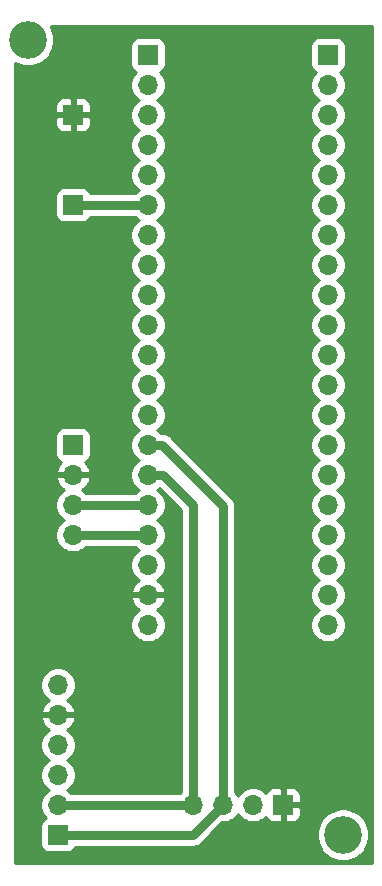
<source format=gbr>
%TF.GenerationSoftware,KiCad,Pcbnew,5.1.10-88a1d61d58~90~ubuntu20.04.1*%
%TF.CreationDate,2021-11-29T14:26:11+09:00*%
%TF.ProjectId,auto-headlight-control-system,6175746f-2d68-4656-9164-6c696768742d,rev?*%
%TF.SameCoordinates,Original*%
%TF.FileFunction,Copper,L1,Top*%
%TF.FilePolarity,Positive*%
%FSLAX46Y46*%
G04 Gerber Fmt 4.6, Leading zero omitted, Abs format (unit mm)*
G04 Created by KiCad (PCBNEW 5.1.10-88a1d61d58~90~ubuntu20.04.1) date 2021-11-29 14:26:11*
%MOMM*%
%LPD*%
G01*
G04 APERTURE LIST*
%TA.AperFunction,ComponentPad*%
%ADD10C,3.200000*%
%TD*%
%TA.AperFunction,ComponentPad*%
%ADD11O,1.700000X1.700000*%
%TD*%
%TA.AperFunction,ComponentPad*%
%ADD12R,1.700000X1.700000*%
%TD*%
%TA.AperFunction,Conductor*%
%ADD13C,0.750000*%
%TD*%
%TA.AperFunction,Conductor*%
%ADD14C,0.254000*%
%TD*%
%TA.AperFunction,Conductor*%
%ADD15C,0.100000*%
%TD*%
G04 APERTURE END LIST*
D10*
%TO.P, ,1*%
%TO.N,N/C*%
X80010000Y-105410000D03*
%TD*%
%TO.P, ,1*%
%TO.N,N/C*%
X53340000Y-38100000D03*
%TD*%
D11*
%TO.P,U2,20*%
%TO.N,Net-(U2-Pad20)*%
X78740000Y-87630000D03*
%TO.P,U2,19*%
%TO.N,Net-(U2-Pad19)*%
X78740000Y-85090000D03*
%TO.P,U2,18*%
%TO.N,Net-(U2-Pad18)*%
X78740000Y-82550000D03*
%TO.P,U2,17*%
%TO.N,Net-(U2-Pad17)*%
X78740000Y-80010000D03*
%TO.P,U2,16*%
%TO.N,Net-(U2-Pad16)*%
X78740000Y-77470000D03*
%TO.P,U2,15*%
%TO.N,Net-(U2-Pad15)*%
X78740000Y-74930000D03*
%TO.P,U2,14*%
%TO.N,Net-(U2-Pad14)*%
X78740000Y-72390000D03*
%TO.P,U2,13*%
%TO.N,Net-(U2-Pad13)*%
X78740000Y-69850000D03*
%TO.P,U2,12*%
%TO.N,Net-(U2-Pad12)*%
X78740000Y-67310000D03*
%TO.P,U2,11*%
%TO.N,Net-(U2-Pad11)*%
X78740000Y-64770000D03*
%TO.P,U2,10*%
%TO.N,Net-(U2-Pad10)*%
X78740000Y-62230000D03*
%TO.P,U2,9*%
%TO.N,Net-(U2-Pad9)*%
X78740000Y-59690000D03*
%TO.P,U2,8*%
%TO.N,Net-(U2-Pad8)*%
X78740000Y-57150000D03*
%TO.P,U2,7*%
%TO.N,Net-(U2-Pad7)*%
X78740000Y-54610000D03*
%TO.P,U2,6*%
%TO.N,Net-(U2-Pad6)*%
X78740000Y-52070000D03*
%TO.P,U2,5*%
%TO.N,Net-(U2-Pad5)*%
X78740000Y-49530000D03*
%TO.P,U2,4*%
%TO.N,Net-(U2-Pad4)*%
X78740000Y-46990000D03*
%TO.P,U2,3*%
%TO.N,Net-(U2-Pad3)*%
X78740000Y-44450000D03*
%TO.P,U2,2*%
%TO.N,Net-(U2-Pad2)*%
X78740000Y-41910000D03*
D12*
%TO.P,U2,1*%
%TO.N,Net-(U2-Pad1)*%
X78740000Y-39370000D03*
%TD*%
%TO.P,S1,1*%
%TO.N,SCL*%
X55880000Y-105410000D03*
D11*
%TO.P,S1,2*%
%TO.N,SDA*%
X55880000Y-102870000D03*
%TO.P,S1,3*%
%TO.N,Net-(S1-Pad3)*%
X55880000Y-100330000D03*
%TO.P,S1,4*%
%TO.N,Net-(S1-Pad4)*%
X55880000Y-97790000D03*
%TO.P,S1,5*%
%TO.N,GND_1*%
X55880000Y-95250000D03*
%TO.P,S1,6*%
%TO.N,3V3_1*%
X55880000Y-92710000D03*
%TD*%
D12*
%TO.P,U1,1*%
%TO.N,Net-(U1-Pad1)*%
X63500000Y-39370000D03*
D11*
%TO.P,U1,2*%
%TO.N,Net-(U1-Pad2)*%
X63500000Y-41910000D03*
%TO.P,U1,3*%
%TO.N,Net-(U1-Pad3)*%
X63500000Y-44450000D03*
%TO.P,U1,4*%
%TO.N,Net-(U1-Pad4)*%
X63500000Y-46990000D03*
%TO.P,U1,5*%
%TO.N,Net-(U1-Pad5)*%
X63500000Y-49530000D03*
%TO.P,U1,6*%
%TO.N,Serial_Tx_1*%
X63500000Y-52070000D03*
%TO.P,U1,7*%
%TO.N,Net-(U1-Pad7)*%
X63500000Y-54610000D03*
%TO.P,U1,8*%
%TO.N,Net-(U1-Pad8)*%
X63500000Y-57150000D03*
%TO.P,U1,9*%
%TO.N,Net-(U1-Pad9)*%
X63500000Y-59690000D03*
%TO.P,U1,10*%
%TO.N,Net-(U1-Pad10)*%
X63500000Y-62230000D03*
%TO.P,U1,11*%
%TO.N,Net-(U1-Pad11)*%
X63500000Y-64770000D03*
%TO.P,U1,12*%
%TO.N,Net-(U1-Pad12)*%
X63500000Y-67310000D03*
%TO.P,U1,13*%
%TO.N,Net-(U1-Pad13)*%
X63500000Y-69850000D03*
%TO.P,U1,14*%
%TO.N,SCL*%
X63500000Y-72390000D03*
%TO.P,U1,15*%
%TO.N,SDA*%
X63500000Y-74930000D03*
%TO.P,U1,16*%
%TO.N,CAN_RX_1*%
X63500000Y-77470000D03*
%TO.P,U1,17*%
%TO.N,CAN_TX_1*%
X63500000Y-80010000D03*
%TO.P,U1,18*%
%TO.N,Net-(U1-Pad18)*%
X63500000Y-82550000D03*
%TO.P,U1,19*%
%TO.N,GND_1*%
X63500000Y-85090000D03*
%TO.P,U1,20*%
%TO.N,3V3_1*%
X63500000Y-87630000D03*
%TD*%
D12*
%TO.P,S2,1*%
%TO.N,GND_1*%
X74930000Y-102870000D03*
D11*
%TO.P,S2,2*%
%TO.N,3V3_1*%
X72390000Y-102870000D03*
%TO.P,S2,3*%
%TO.N,SCL*%
X69850000Y-102870000D03*
%TO.P,S2,4*%
%TO.N,SDA*%
X67310000Y-102870000D03*
%TD*%
%TO.P,T1,4*%
%TO.N,CAN_TX_1*%
X57150000Y-80010000D03*
%TO.P,T1,3*%
%TO.N,CAN_RX_1*%
X57150000Y-77470000D03*
%TO.P,T1,2*%
%TO.N,GND_1*%
X57150000Y-74930000D03*
D12*
%TO.P,T1,1*%
%TO.N,3V3_1*%
X57150000Y-72390000D03*
%TD*%
%TO.P,J2,1*%
%TO.N,GND_1*%
X57150000Y-44450000D03*
%TD*%
%TO.P,J1,1*%
%TO.N,Serial_Tx_1*%
X57150000Y-52070000D03*
%TD*%
D13*
%TO.N,SCL*%
X64702081Y-72390000D02*
X69850000Y-77537919D01*
X69850000Y-77537919D02*
X69850000Y-102870000D01*
X63500000Y-72390000D02*
X64702081Y-72390000D01*
X67310000Y-105410000D02*
X55880000Y-105410000D01*
X69850000Y-102870000D02*
X67310000Y-105410000D01*
%TO.N,SDA*%
X55880000Y-102870000D02*
X67310000Y-102870000D01*
X67310000Y-102870000D02*
X67310000Y-77470000D01*
X64770000Y-74930000D02*
X63500000Y-74930000D01*
X67310000Y-77470000D02*
X64770000Y-74930000D01*
%TO.N,CAN_RX_1*%
X57150000Y-77470000D02*
X63500000Y-77470000D01*
%TO.N,CAN_TX_1*%
X63500000Y-80010000D02*
X57150000Y-80010000D01*
%TO.N,Serial_Tx_1*%
X57150000Y-52070000D02*
X63500000Y-52070000D01*
%TD*%
D14*
%TO.N,GND_1*%
X82423000Y-107823000D02*
X52197000Y-107823000D01*
X52197000Y-104560000D01*
X54391928Y-104560000D01*
X54391928Y-106260000D01*
X54404188Y-106384482D01*
X54440498Y-106504180D01*
X54499463Y-106614494D01*
X54578815Y-106711185D01*
X54675506Y-106790537D01*
X54785820Y-106849502D01*
X54905518Y-106885812D01*
X55030000Y-106898072D01*
X56730000Y-106898072D01*
X56854482Y-106885812D01*
X56974180Y-106849502D01*
X57084494Y-106790537D01*
X57181185Y-106711185D01*
X57260537Y-106614494D01*
X57319502Y-106504180D01*
X57345038Y-106420000D01*
X67260392Y-106420000D01*
X67310000Y-106424886D01*
X67507994Y-106405385D01*
X67576902Y-106384482D01*
X67698380Y-106347632D01*
X67873840Y-106253847D01*
X68027633Y-106127633D01*
X68059261Y-106089094D01*
X68958483Y-105189872D01*
X77775000Y-105189872D01*
X77775000Y-105630128D01*
X77860890Y-106061925D01*
X78029369Y-106468669D01*
X78273962Y-106834729D01*
X78585271Y-107146038D01*
X78951331Y-107390631D01*
X79358075Y-107559110D01*
X79789872Y-107645000D01*
X80230128Y-107645000D01*
X80661925Y-107559110D01*
X81068669Y-107390631D01*
X81434729Y-107146038D01*
X81746038Y-106834729D01*
X81990631Y-106468669D01*
X82159110Y-106061925D01*
X82245000Y-105630128D01*
X82245000Y-105189872D01*
X82159110Y-104758075D01*
X81990631Y-104351331D01*
X81746038Y-103985271D01*
X81434729Y-103673962D01*
X81068669Y-103429369D01*
X80661925Y-103260890D01*
X80230128Y-103175000D01*
X79789872Y-103175000D01*
X79358075Y-103260890D01*
X78951331Y-103429369D01*
X78585271Y-103673962D01*
X78273962Y-103985271D01*
X78029369Y-104351331D01*
X77860890Y-104758075D01*
X77775000Y-105189872D01*
X68958483Y-105189872D01*
X69793356Y-104355000D01*
X69996260Y-104355000D01*
X70283158Y-104297932D01*
X70553411Y-104185990D01*
X70796632Y-104023475D01*
X71003475Y-103816632D01*
X71120000Y-103642240D01*
X71236525Y-103816632D01*
X71443368Y-104023475D01*
X71686589Y-104185990D01*
X71956842Y-104297932D01*
X72243740Y-104355000D01*
X72536260Y-104355000D01*
X72823158Y-104297932D01*
X73093411Y-104185990D01*
X73336632Y-104023475D01*
X73468487Y-103891620D01*
X73490498Y-103964180D01*
X73549463Y-104074494D01*
X73628815Y-104171185D01*
X73725506Y-104250537D01*
X73835820Y-104309502D01*
X73955518Y-104345812D01*
X74080000Y-104358072D01*
X74644250Y-104355000D01*
X74803000Y-104196250D01*
X74803000Y-102997000D01*
X75057000Y-102997000D01*
X75057000Y-104196250D01*
X75215750Y-104355000D01*
X75780000Y-104358072D01*
X75904482Y-104345812D01*
X76024180Y-104309502D01*
X76134494Y-104250537D01*
X76231185Y-104171185D01*
X76310537Y-104074494D01*
X76369502Y-103964180D01*
X76405812Y-103844482D01*
X76418072Y-103720000D01*
X76415000Y-103155750D01*
X76256250Y-102997000D01*
X75057000Y-102997000D01*
X74803000Y-102997000D01*
X74783000Y-102997000D01*
X74783000Y-102743000D01*
X74803000Y-102743000D01*
X74803000Y-101543750D01*
X75057000Y-101543750D01*
X75057000Y-102743000D01*
X76256250Y-102743000D01*
X76415000Y-102584250D01*
X76418072Y-102020000D01*
X76405812Y-101895518D01*
X76369502Y-101775820D01*
X76310537Y-101665506D01*
X76231185Y-101568815D01*
X76134494Y-101489463D01*
X76024180Y-101430498D01*
X75904482Y-101394188D01*
X75780000Y-101381928D01*
X75215750Y-101385000D01*
X75057000Y-101543750D01*
X74803000Y-101543750D01*
X74644250Y-101385000D01*
X74080000Y-101381928D01*
X73955518Y-101394188D01*
X73835820Y-101430498D01*
X73725506Y-101489463D01*
X73628815Y-101568815D01*
X73549463Y-101665506D01*
X73490498Y-101775820D01*
X73468487Y-101848380D01*
X73336632Y-101716525D01*
X73093411Y-101554010D01*
X72823158Y-101442068D01*
X72536260Y-101385000D01*
X72243740Y-101385000D01*
X71956842Y-101442068D01*
X71686589Y-101554010D01*
X71443368Y-101716525D01*
X71236525Y-101923368D01*
X71120000Y-102097760D01*
X71003475Y-101923368D01*
X70860000Y-101779893D01*
X70860000Y-77587527D01*
X70864886Y-77537919D01*
X70845385Y-77339924D01*
X70787632Y-77149539D01*
X70693847Y-76974079D01*
X70567633Y-76820286D01*
X70529100Y-76788663D01*
X65451342Y-71710906D01*
X65419714Y-71672367D01*
X65265921Y-71546153D01*
X65090461Y-71452368D01*
X64900075Y-71394615D01*
X64751689Y-71380000D01*
X64702081Y-71375114D01*
X64652473Y-71380000D01*
X64590107Y-71380000D01*
X64446632Y-71236525D01*
X64272240Y-71120000D01*
X64446632Y-71003475D01*
X64653475Y-70796632D01*
X64815990Y-70553411D01*
X64927932Y-70283158D01*
X64985000Y-69996260D01*
X64985000Y-69703740D01*
X64927932Y-69416842D01*
X64815990Y-69146589D01*
X64653475Y-68903368D01*
X64446632Y-68696525D01*
X64272240Y-68580000D01*
X64446632Y-68463475D01*
X64653475Y-68256632D01*
X64815990Y-68013411D01*
X64927932Y-67743158D01*
X64985000Y-67456260D01*
X64985000Y-67163740D01*
X64927932Y-66876842D01*
X64815990Y-66606589D01*
X64653475Y-66363368D01*
X64446632Y-66156525D01*
X64272240Y-66040000D01*
X64446632Y-65923475D01*
X64653475Y-65716632D01*
X64815990Y-65473411D01*
X64927932Y-65203158D01*
X64985000Y-64916260D01*
X64985000Y-64623740D01*
X64927932Y-64336842D01*
X64815990Y-64066589D01*
X64653475Y-63823368D01*
X64446632Y-63616525D01*
X64272240Y-63500000D01*
X64446632Y-63383475D01*
X64653475Y-63176632D01*
X64815990Y-62933411D01*
X64927932Y-62663158D01*
X64985000Y-62376260D01*
X64985000Y-62083740D01*
X64927932Y-61796842D01*
X64815990Y-61526589D01*
X64653475Y-61283368D01*
X64446632Y-61076525D01*
X64272240Y-60960000D01*
X64446632Y-60843475D01*
X64653475Y-60636632D01*
X64815990Y-60393411D01*
X64927932Y-60123158D01*
X64985000Y-59836260D01*
X64985000Y-59543740D01*
X64927932Y-59256842D01*
X64815990Y-58986589D01*
X64653475Y-58743368D01*
X64446632Y-58536525D01*
X64272240Y-58420000D01*
X64446632Y-58303475D01*
X64653475Y-58096632D01*
X64815990Y-57853411D01*
X64927932Y-57583158D01*
X64985000Y-57296260D01*
X64985000Y-57003740D01*
X64927932Y-56716842D01*
X64815990Y-56446589D01*
X64653475Y-56203368D01*
X64446632Y-55996525D01*
X64272240Y-55880000D01*
X64446632Y-55763475D01*
X64653475Y-55556632D01*
X64815990Y-55313411D01*
X64927932Y-55043158D01*
X64985000Y-54756260D01*
X64985000Y-54463740D01*
X64927932Y-54176842D01*
X64815990Y-53906589D01*
X64653475Y-53663368D01*
X64446632Y-53456525D01*
X64272240Y-53340000D01*
X64446632Y-53223475D01*
X64653475Y-53016632D01*
X64815990Y-52773411D01*
X64927932Y-52503158D01*
X64985000Y-52216260D01*
X64985000Y-51923740D01*
X64927932Y-51636842D01*
X64815990Y-51366589D01*
X64653475Y-51123368D01*
X64446632Y-50916525D01*
X64272240Y-50800000D01*
X64446632Y-50683475D01*
X64653475Y-50476632D01*
X64815990Y-50233411D01*
X64927932Y-49963158D01*
X64985000Y-49676260D01*
X64985000Y-49383740D01*
X64927932Y-49096842D01*
X64815990Y-48826589D01*
X64653475Y-48583368D01*
X64446632Y-48376525D01*
X64272240Y-48260000D01*
X64446632Y-48143475D01*
X64653475Y-47936632D01*
X64815990Y-47693411D01*
X64927932Y-47423158D01*
X64985000Y-47136260D01*
X64985000Y-46843740D01*
X64927932Y-46556842D01*
X64815990Y-46286589D01*
X64653475Y-46043368D01*
X64446632Y-45836525D01*
X64272240Y-45720000D01*
X64446632Y-45603475D01*
X64653475Y-45396632D01*
X64815990Y-45153411D01*
X64927932Y-44883158D01*
X64985000Y-44596260D01*
X64985000Y-44303740D01*
X64927932Y-44016842D01*
X64815990Y-43746589D01*
X64653475Y-43503368D01*
X64446632Y-43296525D01*
X64272240Y-43180000D01*
X64446632Y-43063475D01*
X64653475Y-42856632D01*
X64815990Y-42613411D01*
X64927932Y-42343158D01*
X64985000Y-42056260D01*
X64985000Y-41763740D01*
X64927932Y-41476842D01*
X64815990Y-41206589D01*
X64653475Y-40963368D01*
X64521620Y-40831513D01*
X64594180Y-40809502D01*
X64704494Y-40750537D01*
X64801185Y-40671185D01*
X64880537Y-40574494D01*
X64939502Y-40464180D01*
X64975812Y-40344482D01*
X64988072Y-40220000D01*
X64988072Y-38520000D01*
X77251928Y-38520000D01*
X77251928Y-40220000D01*
X77264188Y-40344482D01*
X77300498Y-40464180D01*
X77359463Y-40574494D01*
X77438815Y-40671185D01*
X77535506Y-40750537D01*
X77645820Y-40809502D01*
X77718380Y-40831513D01*
X77586525Y-40963368D01*
X77424010Y-41206589D01*
X77312068Y-41476842D01*
X77255000Y-41763740D01*
X77255000Y-42056260D01*
X77312068Y-42343158D01*
X77424010Y-42613411D01*
X77586525Y-42856632D01*
X77793368Y-43063475D01*
X77967760Y-43180000D01*
X77793368Y-43296525D01*
X77586525Y-43503368D01*
X77424010Y-43746589D01*
X77312068Y-44016842D01*
X77255000Y-44303740D01*
X77255000Y-44596260D01*
X77312068Y-44883158D01*
X77424010Y-45153411D01*
X77586525Y-45396632D01*
X77793368Y-45603475D01*
X77967760Y-45720000D01*
X77793368Y-45836525D01*
X77586525Y-46043368D01*
X77424010Y-46286589D01*
X77312068Y-46556842D01*
X77255000Y-46843740D01*
X77255000Y-47136260D01*
X77312068Y-47423158D01*
X77424010Y-47693411D01*
X77586525Y-47936632D01*
X77793368Y-48143475D01*
X77967760Y-48260000D01*
X77793368Y-48376525D01*
X77586525Y-48583368D01*
X77424010Y-48826589D01*
X77312068Y-49096842D01*
X77255000Y-49383740D01*
X77255000Y-49676260D01*
X77312068Y-49963158D01*
X77424010Y-50233411D01*
X77586525Y-50476632D01*
X77793368Y-50683475D01*
X77967760Y-50800000D01*
X77793368Y-50916525D01*
X77586525Y-51123368D01*
X77424010Y-51366589D01*
X77312068Y-51636842D01*
X77255000Y-51923740D01*
X77255000Y-52216260D01*
X77312068Y-52503158D01*
X77424010Y-52773411D01*
X77586525Y-53016632D01*
X77793368Y-53223475D01*
X77967760Y-53340000D01*
X77793368Y-53456525D01*
X77586525Y-53663368D01*
X77424010Y-53906589D01*
X77312068Y-54176842D01*
X77255000Y-54463740D01*
X77255000Y-54756260D01*
X77312068Y-55043158D01*
X77424010Y-55313411D01*
X77586525Y-55556632D01*
X77793368Y-55763475D01*
X77967760Y-55880000D01*
X77793368Y-55996525D01*
X77586525Y-56203368D01*
X77424010Y-56446589D01*
X77312068Y-56716842D01*
X77255000Y-57003740D01*
X77255000Y-57296260D01*
X77312068Y-57583158D01*
X77424010Y-57853411D01*
X77586525Y-58096632D01*
X77793368Y-58303475D01*
X77967760Y-58420000D01*
X77793368Y-58536525D01*
X77586525Y-58743368D01*
X77424010Y-58986589D01*
X77312068Y-59256842D01*
X77255000Y-59543740D01*
X77255000Y-59836260D01*
X77312068Y-60123158D01*
X77424010Y-60393411D01*
X77586525Y-60636632D01*
X77793368Y-60843475D01*
X77967760Y-60960000D01*
X77793368Y-61076525D01*
X77586525Y-61283368D01*
X77424010Y-61526589D01*
X77312068Y-61796842D01*
X77255000Y-62083740D01*
X77255000Y-62376260D01*
X77312068Y-62663158D01*
X77424010Y-62933411D01*
X77586525Y-63176632D01*
X77793368Y-63383475D01*
X77967760Y-63500000D01*
X77793368Y-63616525D01*
X77586525Y-63823368D01*
X77424010Y-64066589D01*
X77312068Y-64336842D01*
X77255000Y-64623740D01*
X77255000Y-64916260D01*
X77312068Y-65203158D01*
X77424010Y-65473411D01*
X77586525Y-65716632D01*
X77793368Y-65923475D01*
X77967760Y-66040000D01*
X77793368Y-66156525D01*
X77586525Y-66363368D01*
X77424010Y-66606589D01*
X77312068Y-66876842D01*
X77255000Y-67163740D01*
X77255000Y-67456260D01*
X77312068Y-67743158D01*
X77424010Y-68013411D01*
X77586525Y-68256632D01*
X77793368Y-68463475D01*
X77967760Y-68580000D01*
X77793368Y-68696525D01*
X77586525Y-68903368D01*
X77424010Y-69146589D01*
X77312068Y-69416842D01*
X77255000Y-69703740D01*
X77255000Y-69996260D01*
X77312068Y-70283158D01*
X77424010Y-70553411D01*
X77586525Y-70796632D01*
X77793368Y-71003475D01*
X77967760Y-71120000D01*
X77793368Y-71236525D01*
X77586525Y-71443368D01*
X77424010Y-71686589D01*
X77312068Y-71956842D01*
X77255000Y-72243740D01*
X77255000Y-72536260D01*
X77312068Y-72823158D01*
X77424010Y-73093411D01*
X77586525Y-73336632D01*
X77793368Y-73543475D01*
X77967760Y-73660000D01*
X77793368Y-73776525D01*
X77586525Y-73983368D01*
X77424010Y-74226589D01*
X77312068Y-74496842D01*
X77255000Y-74783740D01*
X77255000Y-75076260D01*
X77312068Y-75363158D01*
X77424010Y-75633411D01*
X77586525Y-75876632D01*
X77793368Y-76083475D01*
X77967760Y-76200000D01*
X77793368Y-76316525D01*
X77586525Y-76523368D01*
X77424010Y-76766589D01*
X77312068Y-77036842D01*
X77255000Y-77323740D01*
X77255000Y-77616260D01*
X77312068Y-77903158D01*
X77424010Y-78173411D01*
X77586525Y-78416632D01*
X77793368Y-78623475D01*
X77967760Y-78740000D01*
X77793368Y-78856525D01*
X77586525Y-79063368D01*
X77424010Y-79306589D01*
X77312068Y-79576842D01*
X77255000Y-79863740D01*
X77255000Y-80156260D01*
X77312068Y-80443158D01*
X77424010Y-80713411D01*
X77586525Y-80956632D01*
X77793368Y-81163475D01*
X77967760Y-81280000D01*
X77793368Y-81396525D01*
X77586525Y-81603368D01*
X77424010Y-81846589D01*
X77312068Y-82116842D01*
X77255000Y-82403740D01*
X77255000Y-82696260D01*
X77312068Y-82983158D01*
X77424010Y-83253411D01*
X77586525Y-83496632D01*
X77793368Y-83703475D01*
X77967760Y-83820000D01*
X77793368Y-83936525D01*
X77586525Y-84143368D01*
X77424010Y-84386589D01*
X77312068Y-84656842D01*
X77255000Y-84943740D01*
X77255000Y-85236260D01*
X77312068Y-85523158D01*
X77424010Y-85793411D01*
X77586525Y-86036632D01*
X77793368Y-86243475D01*
X77967760Y-86360000D01*
X77793368Y-86476525D01*
X77586525Y-86683368D01*
X77424010Y-86926589D01*
X77312068Y-87196842D01*
X77255000Y-87483740D01*
X77255000Y-87776260D01*
X77312068Y-88063158D01*
X77424010Y-88333411D01*
X77586525Y-88576632D01*
X77793368Y-88783475D01*
X78036589Y-88945990D01*
X78306842Y-89057932D01*
X78593740Y-89115000D01*
X78886260Y-89115000D01*
X79173158Y-89057932D01*
X79443411Y-88945990D01*
X79686632Y-88783475D01*
X79893475Y-88576632D01*
X80055990Y-88333411D01*
X80167932Y-88063158D01*
X80225000Y-87776260D01*
X80225000Y-87483740D01*
X80167932Y-87196842D01*
X80055990Y-86926589D01*
X79893475Y-86683368D01*
X79686632Y-86476525D01*
X79512240Y-86360000D01*
X79686632Y-86243475D01*
X79893475Y-86036632D01*
X80055990Y-85793411D01*
X80167932Y-85523158D01*
X80225000Y-85236260D01*
X80225000Y-84943740D01*
X80167932Y-84656842D01*
X80055990Y-84386589D01*
X79893475Y-84143368D01*
X79686632Y-83936525D01*
X79512240Y-83820000D01*
X79686632Y-83703475D01*
X79893475Y-83496632D01*
X80055990Y-83253411D01*
X80167932Y-82983158D01*
X80225000Y-82696260D01*
X80225000Y-82403740D01*
X80167932Y-82116842D01*
X80055990Y-81846589D01*
X79893475Y-81603368D01*
X79686632Y-81396525D01*
X79512240Y-81280000D01*
X79686632Y-81163475D01*
X79893475Y-80956632D01*
X80055990Y-80713411D01*
X80167932Y-80443158D01*
X80225000Y-80156260D01*
X80225000Y-79863740D01*
X80167932Y-79576842D01*
X80055990Y-79306589D01*
X79893475Y-79063368D01*
X79686632Y-78856525D01*
X79512240Y-78740000D01*
X79686632Y-78623475D01*
X79893475Y-78416632D01*
X80055990Y-78173411D01*
X80167932Y-77903158D01*
X80225000Y-77616260D01*
X80225000Y-77323740D01*
X80167932Y-77036842D01*
X80055990Y-76766589D01*
X79893475Y-76523368D01*
X79686632Y-76316525D01*
X79512240Y-76200000D01*
X79686632Y-76083475D01*
X79893475Y-75876632D01*
X80055990Y-75633411D01*
X80167932Y-75363158D01*
X80225000Y-75076260D01*
X80225000Y-74783740D01*
X80167932Y-74496842D01*
X80055990Y-74226589D01*
X79893475Y-73983368D01*
X79686632Y-73776525D01*
X79512240Y-73660000D01*
X79686632Y-73543475D01*
X79893475Y-73336632D01*
X80055990Y-73093411D01*
X80167932Y-72823158D01*
X80225000Y-72536260D01*
X80225000Y-72243740D01*
X80167932Y-71956842D01*
X80055990Y-71686589D01*
X79893475Y-71443368D01*
X79686632Y-71236525D01*
X79512240Y-71120000D01*
X79686632Y-71003475D01*
X79893475Y-70796632D01*
X80055990Y-70553411D01*
X80167932Y-70283158D01*
X80225000Y-69996260D01*
X80225000Y-69703740D01*
X80167932Y-69416842D01*
X80055990Y-69146589D01*
X79893475Y-68903368D01*
X79686632Y-68696525D01*
X79512240Y-68580000D01*
X79686632Y-68463475D01*
X79893475Y-68256632D01*
X80055990Y-68013411D01*
X80167932Y-67743158D01*
X80225000Y-67456260D01*
X80225000Y-67163740D01*
X80167932Y-66876842D01*
X80055990Y-66606589D01*
X79893475Y-66363368D01*
X79686632Y-66156525D01*
X79512240Y-66040000D01*
X79686632Y-65923475D01*
X79893475Y-65716632D01*
X80055990Y-65473411D01*
X80167932Y-65203158D01*
X80225000Y-64916260D01*
X80225000Y-64623740D01*
X80167932Y-64336842D01*
X80055990Y-64066589D01*
X79893475Y-63823368D01*
X79686632Y-63616525D01*
X79512240Y-63500000D01*
X79686632Y-63383475D01*
X79893475Y-63176632D01*
X80055990Y-62933411D01*
X80167932Y-62663158D01*
X80225000Y-62376260D01*
X80225000Y-62083740D01*
X80167932Y-61796842D01*
X80055990Y-61526589D01*
X79893475Y-61283368D01*
X79686632Y-61076525D01*
X79512240Y-60960000D01*
X79686632Y-60843475D01*
X79893475Y-60636632D01*
X80055990Y-60393411D01*
X80167932Y-60123158D01*
X80225000Y-59836260D01*
X80225000Y-59543740D01*
X80167932Y-59256842D01*
X80055990Y-58986589D01*
X79893475Y-58743368D01*
X79686632Y-58536525D01*
X79512240Y-58420000D01*
X79686632Y-58303475D01*
X79893475Y-58096632D01*
X80055990Y-57853411D01*
X80167932Y-57583158D01*
X80225000Y-57296260D01*
X80225000Y-57003740D01*
X80167932Y-56716842D01*
X80055990Y-56446589D01*
X79893475Y-56203368D01*
X79686632Y-55996525D01*
X79512240Y-55880000D01*
X79686632Y-55763475D01*
X79893475Y-55556632D01*
X80055990Y-55313411D01*
X80167932Y-55043158D01*
X80225000Y-54756260D01*
X80225000Y-54463740D01*
X80167932Y-54176842D01*
X80055990Y-53906589D01*
X79893475Y-53663368D01*
X79686632Y-53456525D01*
X79512240Y-53340000D01*
X79686632Y-53223475D01*
X79893475Y-53016632D01*
X80055990Y-52773411D01*
X80167932Y-52503158D01*
X80225000Y-52216260D01*
X80225000Y-51923740D01*
X80167932Y-51636842D01*
X80055990Y-51366589D01*
X79893475Y-51123368D01*
X79686632Y-50916525D01*
X79512240Y-50800000D01*
X79686632Y-50683475D01*
X79893475Y-50476632D01*
X80055990Y-50233411D01*
X80167932Y-49963158D01*
X80225000Y-49676260D01*
X80225000Y-49383740D01*
X80167932Y-49096842D01*
X80055990Y-48826589D01*
X79893475Y-48583368D01*
X79686632Y-48376525D01*
X79512240Y-48260000D01*
X79686632Y-48143475D01*
X79893475Y-47936632D01*
X80055990Y-47693411D01*
X80167932Y-47423158D01*
X80225000Y-47136260D01*
X80225000Y-46843740D01*
X80167932Y-46556842D01*
X80055990Y-46286589D01*
X79893475Y-46043368D01*
X79686632Y-45836525D01*
X79512240Y-45720000D01*
X79686632Y-45603475D01*
X79893475Y-45396632D01*
X80055990Y-45153411D01*
X80167932Y-44883158D01*
X80225000Y-44596260D01*
X80225000Y-44303740D01*
X80167932Y-44016842D01*
X80055990Y-43746589D01*
X79893475Y-43503368D01*
X79686632Y-43296525D01*
X79512240Y-43180000D01*
X79686632Y-43063475D01*
X79893475Y-42856632D01*
X80055990Y-42613411D01*
X80167932Y-42343158D01*
X80225000Y-42056260D01*
X80225000Y-41763740D01*
X80167932Y-41476842D01*
X80055990Y-41206589D01*
X79893475Y-40963368D01*
X79761620Y-40831513D01*
X79834180Y-40809502D01*
X79944494Y-40750537D01*
X80041185Y-40671185D01*
X80120537Y-40574494D01*
X80179502Y-40464180D01*
X80215812Y-40344482D01*
X80228072Y-40220000D01*
X80228072Y-38520000D01*
X80215812Y-38395518D01*
X80179502Y-38275820D01*
X80120537Y-38165506D01*
X80041185Y-38068815D01*
X79944494Y-37989463D01*
X79834180Y-37930498D01*
X79714482Y-37894188D01*
X79590000Y-37881928D01*
X77890000Y-37881928D01*
X77765518Y-37894188D01*
X77645820Y-37930498D01*
X77535506Y-37989463D01*
X77438815Y-38068815D01*
X77359463Y-38165506D01*
X77300498Y-38275820D01*
X77264188Y-38395518D01*
X77251928Y-38520000D01*
X64988072Y-38520000D01*
X64975812Y-38395518D01*
X64939502Y-38275820D01*
X64880537Y-38165506D01*
X64801185Y-38068815D01*
X64704494Y-37989463D01*
X64594180Y-37930498D01*
X64474482Y-37894188D01*
X64350000Y-37881928D01*
X62650000Y-37881928D01*
X62525518Y-37894188D01*
X62405820Y-37930498D01*
X62295506Y-37989463D01*
X62198815Y-38068815D01*
X62119463Y-38165506D01*
X62060498Y-38275820D01*
X62024188Y-38395518D01*
X62011928Y-38520000D01*
X62011928Y-40220000D01*
X62024188Y-40344482D01*
X62060498Y-40464180D01*
X62119463Y-40574494D01*
X62198815Y-40671185D01*
X62295506Y-40750537D01*
X62405820Y-40809502D01*
X62478380Y-40831513D01*
X62346525Y-40963368D01*
X62184010Y-41206589D01*
X62072068Y-41476842D01*
X62015000Y-41763740D01*
X62015000Y-42056260D01*
X62072068Y-42343158D01*
X62184010Y-42613411D01*
X62346525Y-42856632D01*
X62553368Y-43063475D01*
X62727760Y-43180000D01*
X62553368Y-43296525D01*
X62346525Y-43503368D01*
X62184010Y-43746589D01*
X62072068Y-44016842D01*
X62015000Y-44303740D01*
X62015000Y-44596260D01*
X62072068Y-44883158D01*
X62184010Y-45153411D01*
X62346525Y-45396632D01*
X62553368Y-45603475D01*
X62727760Y-45720000D01*
X62553368Y-45836525D01*
X62346525Y-46043368D01*
X62184010Y-46286589D01*
X62072068Y-46556842D01*
X62015000Y-46843740D01*
X62015000Y-47136260D01*
X62072068Y-47423158D01*
X62184010Y-47693411D01*
X62346525Y-47936632D01*
X62553368Y-48143475D01*
X62727760Y-48260000D01*
X62553368Y-48376525D01*
X62346525Y-48583368D01*
X62184010Y-48826589D01*
X62072068Y-49096842D01*
X62015000Y-49383740D01*
X62015000Y-49676260D01*
X62072068Y-49963158D01*
X62184010Y-50233411D01*
X62346525Y-50476632D01*
X62553368Y-50683475D01*
X62727760Y-50800000D01*
X62553368Y-50916525D01*
X62409893Y-51060000D01*
X58615038Y-51060000D01*
X58589502Y-50975820D01*
X58530537Y-50865506D01*
X58451185Y-50768815D01*
X58354494Y-50689463D01*
X58244180Y-50630498D01*
X58124482Y-50594188D01*
X58000000Y-50581928D01*
X56300000Y-50581928D01*
X56175518Y-50594188D01*
X56055820Y-50630498D01*
X55945506Y-50689463D01*
X55848815Y-50768815D01*
X55769463Y-50865506D01*
X55710498Y-50975820D01*
X55674188Y-51095518D01*
X55661928Y-51220000D01*
X55661928Y-52920000D01*
X55674188Y-53044482D01*
X55710498Y-53164180D01*
X55769463Y-53274494D01*
X55848815Y-53371185D01*
X55945506Y-53450537D01*
X56055820Y-53509502D01*
X56175518Y-53545812D01*
X56300000Y-53558072D01*
X58000000Y-53558072D01*
X58124482Y-53545812D01*
X58244180Y-53509502D01*
X58354494Y-53450537D01*
X58451185Y-53371185D01*
X58530537Y-53274494D01*
X58589502Y-53164180D01*
X58615038Y-53080000D01*
X62409893Y-53080000D01*
X62553368Y-53223475D01*
X62727760Y-53340000D01*
X62553368Y-53456525D01*
X62346525Y-53663368D01*
X62184010Y-53906589D01*
X62072068Y-54176842D01*
X62015000Y-54463740D01*
X62015000Y-54756260D01*
X62072068Y-55043158D01*
X62184010Y-55313411D01*
X62346525Y-55556632D01*
X62553368Y-55763475D01*
X62727760Y-55880000D01*
X62553368Y-55996525D01*
X62346525Y-56203368D01*
X62184010Y-56446589D01*
X62072068Y-56716842D01*
X62015000Y-57003740D01*
X62015000Y-57296260D01*
X62072068Y-57583158D01*
X62184010Y-57853411D01*
X62346525Y-58096632D01*
X62553368Y-58303475D01*
X62727760Y-58420000D01*
X62553368Y-58536525D01*
X62346525Y-58743368D01*
X62184010Y-58986589D01*
X62072068Y-59256842D01*
X62015000Y-59543740D01*
X62015000Y-59836260D01*
X62072068Y-60123158D01*
X62184010Y-60393411D01*
X62346525Y-60636632D01*
X62553368Y-60843475D01*
X62727760Y-60960000D01*
X62553368Y-61076525D01*
X62346525Y-61283368D01*
X62184010Y-61526589D01*
X62072068Y-61796842D01*
X62015000Y-62083740D01*
X62015000Y-62376260D01*
X62072068Y-62663158D01*
X62184010Y-62933411D01*
X62346525Y-63176632D01*
X62553368Y-63383475D01*
X62727760Y-63500000D01*
X62553368Y-63616525D01*
X62346525Y-63823368D01*
X62184010Y-64066589D01*
X62072068Y-64336842D01*
X62015000Y-64623740D01*
X62015000Y-64916260D01*
X62072068Y-65203158D01*
X62184010Y-65473411D01*
X62346525Y-65716632D01*
X62553368Y-65923475D01*
X62727760Y-66040000D01*
X62553368Y-66156525D01*
X62346525Y-66363368D01*
X62184010Y-66606589D01*
X62072068Y-66876842D01*
X62015000Y-67163740D01*
X62015000Y-67456260D01*
X62072068Y-67743158D01*
X62184010Y-68013411D01*
X62346525Y-68256632D01*
X62553368Y-68463475D01*
X62727760Y-68580000D01*
X62553368Y-68696525D01*
X62346525Y-68903368D01*
X62184010Y-69146589D01*
X62072068Y-69416842D01*
X62015000Y-69703740D01*
X62015000Y-69996260D01*
X62072068Y-70283158D01*
X62184010Y-70553411D01*
X62346525Y-70796632D01*
X62553368Y-71003475D01*
X62727760Y-71120000D01*
X62553368Y-71236525D01*
X62346525Y-71443368D01*
X62184010Y-71686589D01*
X62072068Y-71956842D01*
X62015000Y-72243740D01*
X62015000Y-72536260D01*
X62072068Y-72823158D01*
X62184010Y-73093411D01*
X62346525Y-73336632D01*
X62553368Y-73543475D01*
X62727760Y-73660000D01*
X62553368Y-73776525D01*
X62346525Y-73983368D01*
X62184010Y-74226589D01*
X62072068Y-74496842D01*
X62015000Y-74783740D01*
X62015000Y-75076260D01*
X62072068Y-75363158D01*
X62184010Y-75633411D01*
X62346525Y-75876632D01*
X62553368Y-76083475D01*
X62727760Y-76200000D01*
X62553368Y-76316525D01*
X62409893Y-76460000D01*
X58240107Y-76460000D01*
X58096632Y-76316525D01*
X57914466Y-76194805D01*
X58031355Y-76125178D01*
X58247588Y-75930269D01*
X58421641Y-75696920D01*
X58546825Y-75434099D01*
X58591476Y-75286890D01*
X58470155Y-75057000D01*
X57277000Y-75057000D01*
X57277000Y-75077000D01*
X57023000Y-75077000D01*
X57023000Y-75057000D01*
X55829845Y-75057000D01*
X55708524Y-75286890D01*
X55753175Y-75434099D01*
X55878359Y-75696920D01*
X56052412Y-75930269D01*
X56268645Y-76125178D01*
X56385534Y-76194805D01*
X56203368Y-76316525D01*
X55996525Y-76523368D01*
X55834010Y-76766589D01*
X55722068Y-77036842D01*
X55665000Y-77323740D01*
X55665000Y-77616260D01*
X55722068Y-77903158D01*
X55834010Y-78173411D01*
X55996525Y-78416632D01*
X56203368Y-78623475D01*
X56377760Y-78740000D01*
X56203368Y-78856525D01*
X55996525Y-79063368D01*
X55834010Y-79306589D01*
X55722068Y-79576842D01*
X55665000Y-79863740D01*
X55665000Y-80156260D01*
X55722068Y-80443158D01*
X55834010Y-80713411D01*
X55996525Y-80956632D01*
X56203368Y-81163475D01*
X56446589Y-81325990D01*
X56716842Y-81437932D01*
X57003740Y-81495000D01*
X57296260Y-81495000D01*
X57583158Y-81437932D01*
X57853411Y-81325990D01*
X58096632Y-81163475D01*
X58240107Y-81020000D01*
X62409893Y-81020000D01*
X62553368Y-81163475D01*
X62727760Y-81280000D01*
X62553368Y-81396525D01*
X62346525Y-81603368D01*
X62184010Y-81846589D01*
X62072068Y-82116842D01*
X62015000Y-82403740D01*
X62015000Y-82696260D01*
X62072068Y-82983158D01*
X62184010Y-83253411D01*
X62346525Y-83496632D01*
X62553368Y-83703475D01*
X62735534Y-83825195D01*
X62618645Y-83894822D01*
X62402412Y-84089731D01*
X62228359Y-84323080D01*
X62103175Y-84585901D01*
X62058524Y-84733110D01*
X62179845Y-84963000D01*
X63373000Y-84963000D01*
X63373000Y-84943000D01*
X63627000Y-84943000D01*
X63627000Y-84963000D01*
X64820155Y-84963000D01*
X64941476Y-84733110D01*
X64896825Y-84585901D01*
X64771641Y-84323080D01*
X64597588Y-84089731D01*
X64381355Y-83894822D01*
X64264466Y-83825195D01*
X64446632Y-83703475D01*
X64653475Y-83496632D01*
X64815990Y-83253411D01*
X64927932Y-82983158D01*
X64985000Y-82696260D01*
X64985000Y-82403740D01*
X64927932Y-82116842D01*
X64815990Y-81846589D01*
X64653475Y-81603368D01*
X64446632Y-81396525D01*
X64272240Y-81280000D01*
X64446632Y-81163475D01*
X64653475Y-80956632D01*
X64815990Y-80713411D01*
X64927932Y-80443158D01*
X64985000Y-80156260D01*
X64985000Y-79863740D01*
X64927932Y-79576842D01*
X64815990Y-79306589D01*
X64653475Y-79063368D01*
X64446632Y-78856525D01*
X64272240Y-78740000D01*
X64446632Y-78623475D01*
X64653475Y-78416632D01*
X64815990Y-78173411D01*
X64927932Y-77903158D01*
X64985000Y-77616260D01*
X64985000Y-77323740D01*
X64927932Y-77036842D01*
X64815990Y-76766589D01*
X64653475Y-76523368D01*
X64446632Y-76316525D01*
X64272240Y-76200000D01*
X64446632Y-76083475D01*
X64470876Y-76059231D01*
X66300001Y-77888357D01*
X66300000Y-101779893D01*
X66219893Y-101860000D01*
X56970107Y-101860000D01*
X56826632Y-101716525D01*
X56652240Y-101600000D01*
X56826632Y-101483475D01*
X57033475Y-101276632D01*
X57195990Y-101033411D01*
X57307932Y-100763158D01*
X57365000Y-100476260D01*
X57365000Y-100183740D01*
X57307932Y-99896842D01*
X57195990Y-99626589D01*
X57033475Y-99383368D01*
X56826632Y-99176525D01*
X56652240Y-99060000D01*
X56826632Y-98943475D01*
X57033475Y-98736632D01*
X57195990Y-98493411D01*
X57307932Y-98223158D01*
X57365000Y-97936260D01*
X57365000Y-97643740D01*
X57307932Y-97356842D01*
X57195990Y-97086589D01*
X57033475Y-96843368D01*
X56826632Y-96636525D01*
X56644466Y-96514805D01*
X56761355Y-96445178D01*
X56977588Y-96250269D01*
X57151641Y-96016920D01*
X57276825Y-95754099D01*
X57321476Y-95606890D01*
X57200155Y-95377000D01*
X56007000Y-95377000D01*
X56007000Y-95397000D01*
X55753000Y-95397000D01*
X55753000Y-95377000D01*
X54559845Y-95377000D01*
X54438524Y-95606890D01*
X54483175Y-95754099D01*
X54608359Y-96016920D01*
X54782412Y-96250269D01*
X54998645Y-96445178D01*
X55115534Y-96514805D01*
X54933368Y-96636525D01*
X54726525Y-96843368D01*
X54564010Y-97086589D01*
X54452068Y-97356842D01*
X54395000Y-97643740D01*
X54395000Y-97936260D01*
X54452068Y-98223158D01*
X54564010Y-98493411D01*
X54726525Y-98736632D01*
X54933368Y-98943475D01*
X55107760Y-99060000D01*
X54933368Y-99176525D01*
X54726525Y-99383368D01*
X54564010Y-99626589D01*
X54452068Y-99896842D01*
X54395000Y-100183740D01*
X54395000Y-100476260D01*
X54452068Y-100763158D01*
X54564010Y-101033411D01*
X54726525Y-101276632D01*
X54933368Y-101483475D01*
X55107760Y-101600000D01*
X54933368Y-101716525D01*
X54726525Y-101923368D01*
X54564010Y-102166589D01*
X54452068Y-102436842D01*
X54395000Y-102723740D01*
X54395000Y-103016260D01*
X54452068Y-103303158D01*
X54564010Y-103573411D01*
X54726525Y-103816632D01*
X54858380Y-103948487D01*
X54785820Y-103970498D01*
X54675506Y-104029463D01*
X54578815Y-104108815D01*
X54499463Y-104205506D01*
X54440498Y-104315820D01*
X54404188Y-104435518D01*
X54391928Y-104560000D01*
X52197000Y-104560000D01*
X52197000Y-92563740D01*
X54395000Y-92563740D01*
X54395000Y-92856260D01*
X54452068Y-93143158D01*
X54564010Y-93413411D01*
X54726525Y-93656632D01*
X54933368Y-93863475D01*
X55115534Y-93985195D01*
X54998645Y-94054822D01*
X54782412Y-94249731D01*
X54608359Y-94483080D01*
X54483175Y-94745901D01*
X54438524Y-94893110D01*
X54559845Y-95123000D01*
X55753000Y-95123000D01*
X55753000Y-95103000D01*
X56007000Y-95103000D01*
X56007000Y-95123000D01*
X57200155Y-95123000D01*
X57321476Y-94893110D01*
X57276825Y-94745901D01*
X57151641Y-94483080D01*
X56977588Y-94249731D01*
X56761355Y-94054822D01*
X56644466Y-93985195D01*
X56826632Y-93863475D01*
X57033475Y-93656632D01*
X57195990Y-93413411D01*
X57307932Y-93143158D01*
X57365000Y-92856260D01*
X57365000Y-92563740D01*
X57307932Y-92276842D01*
X57195990Y-92006589D01*
X57033475Y-91763368D01*
X56826632Y-91556525D01*
X56583411Y-91394010D01*
X56313158Y-91282068D01*
X56026260Y-91225000D01*
X55733740Y-91225000D01*
X55446842Y-91282068D01*
X55176589Y-91394010D01*
X54933368Y-91556525D01*
X54726525Y-91763368D01*
X54564010Y-92006589D01*
X54452068Y-92276842D01*
X54395000Y-92563740D01*
X52197000Y-92563740D01*
X52197000Y-87483740D01*
X62015000Y-87483740D01*
X62015000Y-87776260D01*
X62072068Y-88063158D01*
X62184010Y-88333411D01*
X62346525Y-88576632D01*
X62553368Y-88783475D01*
X62796589Y-88945990D01*
X63066842Y-89057932D01*
X63353740Y-89115000D01*
X63646260Y-89115000D01*
X63933158Y-89057932D01*
X64203411Y-88945990D01*
X64446632Y-88783475D01*
X64653475Y-88576632D01*
X64815990Y-88333411D01*
X64927932Y-88063158D01*
X64985000Y-87776260D01*
X64985000Y-87483740D01*
X64927932Y-87196842D01*
X64815990Y-86926589D01*
X64653475Y-86683368D01*
X64446632Y-86476525D01*
X64264466Y-86354805D01*
X64381355Y-86285178D01*
X64597588Y-86090269D01*
X64771641Y-85856920D01*
X64896825Y-85594099D01*
X64941476Y-85446890D01*
X64820155Y-85217000D01*
X63627000Y-85217000D01*
X63627000Y-85237000D01*
X63373000Y-85237000D01*
X63373000Y-85217000D01*
X62179845Y-85217000D01*
X62058524Y-85446890D01*
X62103175Y-85594099D01*
X62228359Y-85856920D01*
X62402412Y-86090269D01*
X62618645Y-86285178D01*
X62735534Y-86354805D01*
X62553368Y-86476525D01*
X62346525Y-86683368D01*
X62184010Y-86926589D01*
X62072068Y-87196842D01*
X62015000Y-87483740D01*
X52197000Y-87483740D01*
X52197000Y-71540000D01*
X55661928Y-71540000D01*
X55661928Y-73240000D01*
X55674188Y-73364482D01*
X55710498Y-73484180D01*
X55769463Y-73594494D01*
X55848815Y-73691185D01*
X55945506Y-73770537D01*
X56055820Y-73829502D01*
X56136466Y-73853966D01*
X56052412Y-73929731D01*
X55878359Y-74163080D01*
X55753175Y-74425901D01*
X55708524Y-74573110D01*
X55829845Y-74803000D01*
X57023000Y-74803000D01*
X57023000Y-74783000D01*
X57277000Y-74783000D01*
X57277000Y-74803000D01*
X58470155Y-74803000D01*
X58591476Y-74573110D01*
X58546825Y-74425901D01*
X58421641Y-74163080D01*
X58247588Y-73929731D01*
X58163534Y-73853966D01*
X58244180Y-73829502D01*
X58354494Y-73770537D01*
X58451185Y-73691185D01*
X58530537Y-73594494D01*
X58589502Y-73484180D01*
X58625812Y-73364482D01*
X58638072Y-73240000D01*
X58638072Y-71540000D01*
X58625812Y-71415518D01*
X58589502Y-71295820D01*
X58530537Y-71185506D01*
X58451185Y-71088815D01*
X58354494Y-71009463D01*
X58244180Y-70950498D01*
X58124482Y-70914188D01*
X58000000Y-70901928D01*
X56300000Y-70901928D01*
X56175518Y-70914188D01*
X56055820Y-70950498D01*
X55945506Y-71009463D01*
X55848815Y-71088815D01*
X55769463Y-71185506D01*
X55710498Y-71295820D01*
X55674188Y-71415518D01*
X55661928Y-71540000D01*
X52197000Y-71540000D01*
X52197000Y-45300000D01*
X55661928Y-45300000D01*
X55674188Y-45424482D01*
X55710498Y-45544180D01*
X55769463Y-45654494D01*
X55848815Y-45751185D01*
X55945506Y-45830537D01*
X56055820Y-45889502D01*
X56175518Y-45925812D01*
X56300000Y-45938072D01*
X56864250Y-45935000D01*
X57023000Y-45776250D01*
X57023000Y-44577000D01*
X57277000Y-44577000D01*
X57277000Y-45776250D01*
X57435750Y-45935000D01*
X58000000Y-45938072D01*
X58124482Y-45925812D01*
X58244180Y-45889502D01*
X58354494Y-45830537D01*
X58451185Y-45751185D01*
X58530537Y-45654494D01*
X58589502Y-45544180D01*
X58625812Y-45424482D01*
X58638072Y-45300000D01*
X58635000Y-44735750D01*
X58476250Y-44577000D01*
X57277000Y-44577000D01*
X57023000Y-44577000D01*
X55823750Y-44577000D01*
X55665000Y-44735750D01*
X55661928Y-45300000D01*
X52197000Y-45300000D01*
X52197000Y-43600000D01*
X55661928Y-43600000D01*
X55665000Y-44164250D01*
X55823750Y-44323000D01*
X57023000Y-44323000D01*
X57023000Y-43123750D01*
X57277000Y-43123750D01*
X57277000Y-44323000D01*
X58476250Y-44323000D01*
X58635000Y-44164250D01*
X58638072Y-43600000D01*
X58625812Y-43475518D01*
X58589502Y-43355820D01*
X58530537Y-43245506D01*
X58451185Y-43148815D01*
X58354494Y-43069463D01*
X58244180Y-43010498D01*
X58124482Y-42974188D01*
X58000000Y-42961928D01*
X57435750Y-42965000D01*
X57277000Y-43123750D01*
X57023000Y-43123750D01*
X56864250Y-42965000D01*
X56300000Y-42961928D01*
X56175518Y-42974188D01*
X56055820Y-43010498D01*
X55945506Y-43069463D01*
X55848815Y-43148815D01*
X55769463Y-43245506D01*
X55710498Y-43355820D01*
X55674188Y-43475518D01*
X55661928Y-43600000D01*
X52197000Y-43600000D01*
X52197000Y-40024283D01*
X52281331Y-40080631D01*
X52688075Y-40249110D01*
X53119872Y-40335000D01*
X53560128Y-40335000D01*
X53991925Y-40249110D01*
X54398669Y-40080631D01*
X54764729Y-39836038D01*
X55076038Y-39524729D01*
X55320631Y-39158669D01*
X55489110Y-38751925D01*
X55575000Y-38320128D01*
X55575000Y-37879872D01*
X55489110Y-37448075D01*
X55320631Y-37041331D01*
X55264283Y-36957000D01*
X82423000Y-36957000D01*
X82423000Y-107823000D01*
%TA.AperFunction,Conductor*%
D15*
G36*
X82423000Y-107823000D02*
G01*
X52197000Y-107823000D01*
X52197000Y-104560000D01*
X54391928Y-104560000D01*
X54391928Y-106260000D01*
X54404188Y-106384482D01*
X54440498Y-106504180D01*
X54499463Y-106614494D01*
X54578815Y-106711185D01*
X54675506Y-106790537D01*
X54785820Y-106849502D01*
X54905518Y-106885812D01*
X55030000Y-106898072D01*
X56730000Y-106898072D01*
X56854482Y-106885812D01*
X56974180Y-106849502D01*
X57084494Y-106790537D01*
X57181185Y-106711185D01*
X57260537Y-106614494D01*
X57319502Y-106504180D01*
X57345038Y-106420000D01*
X67260392Y-106420000D01*
X67310000Y-106424886D01*
X67507994Y-106405385D01*
X67576902Y-106384482D01*
X67698380Y-106347632D01*
X67873840Y-106253847D01*
X68027633Y-106127633D01*
X68059261Y-106089094D01*
X68958483Y-105189872D01*
X77775000Y-105189872D01*
X77775000Y-105630128D01*
X77860890Y-106061925D01*
X78029369Y-106468669D01*
X78273962Y-106834729D01*
X78585271Y-107146038D01*
X78951331Y-107390631D01*
X79358075Y-107559110D01*
X79789872Y-107645000D01*
X80230128Y-107645000D01*
X80661925Y-107559110D01*
X81068669Y-107390631D01*
X81434729Y-107146038D01*
X81746038Y-106834729D01*
X81990631Y-106468669D01*
X82159110Y-106061925D01*
X82245000Y-105630128D01*
X82245000Y-105189872D01*
X82159110Y-104758075D01*
X81990631Y-104351331D01*
X81746038Y-103985271D01*
X81434729Y-103673962D01*
X81068669Y-103429369D01*
X80661925Y-103260890D01*
X80230128Y-103175000D01*
X79789872Y-103175000D01*
X79358075Y-103260890D01*
X78951331Y-103429369D01*
X78585271Y-103673962D01*
X78273962Y-103985271D01*
X78029369Y-104351331D01*
X77860890Y-104758075D01*
X77775000Y-105189872D01*
X68958483Y-105189872D01*
X69793356Y-104355000D01*
X69996260Y-104355000D01*
X70283158Y-104297932D01*
X70553411Y-104185990D01*
X70796632Y-104023475D01*
X71003475Y-103816632D01*
X71120000Y-103642240D01*
X71236525Y-103816632D01*
X71443368Y-104023475D01*
X71686589Y-104185990D01*
X71956842Y-104297932D01*
X72243740Y-104355000D01*
X72536260Y-104355000D01*
X72823158Y-104297932D01*
X73093411Y-104185990D01*
X73336632Y-104023475D01*
X73468487Y-103891620D01*
X73490498Y-103964180D01*
X73549463Y-104074494D01*
X73628815Y-104171185D01*
X73725506Y-104250537D01*
X73835820Y-104309502D01*
X73955518Y-104345812D01*
X74080000Y-104358072D01*
X74644250Y-104355000D01*
X74803000Y-104196250D01*
X74803000Y-102997000D01*
X75057000Y-102997000D01*
X75057000Y-104196250D01*
X75215750Y-104355000D01*
X75780000Y-104358072D01*
X75904482Y-104345812D01*
X76024180Y-104309502D01*
X76134494Y-104250537D01*
X76231185Y-104171185D01*
X76310537Y-104074494D01*
X76369502Y-103964180D01*
X76405812Y-103844482D01*
X76418072Y-103720000D01*
X76415000Y-103155750D01*
X76256250Y-102997000D01*
X75057000Y-102997000D01*
X74803000Y-102997000D01*
X74783000Y-102997000D01*
X74783000Y-102743000D01*
X74803000Y-102743000D01*
X74803000Y-101543750D01*
X75057000Y-101543750D01*
X75057000Y-102743000D01*
X76256250Y-102743000D01*
X76415000Y-102584250D01*
X76418072Y-102020000D01*
X76405812Y-101895518D01*
X76369502Y-101775820D01*
X76310537Y-101665506D01*
X76231185Y-101568815D01*
X76134494Y-101489463D01*
X76024180Y-101430498D01*
X75904482Y-101394188D01*
X75780000Y-101381928D01*
X75215750Y-101385000D01*
X75057000Y-101543750D01*
X74803000Y-101543750D01*
X74644250Y-101385000D01*
X74080000Y-101381928D01*
X73955518Y-101394188D01*
X73835820Y-101430498D01*
X73725506Y-101489463D01*
X73628815Y-101568815D01*
X73549463Y-101665506D01*
X73490498Y-101775820D01*
X73468487Y-101848380D01*
X73336632Y-101716525D01*
X73093411Y-101554010D01*
X72823158Y-101442068D01*
X72536260Y-101385000D01*
X72243740Y-101385000D01*
X71956842Y-101442068D01*
X71686589Y-101554010D01*
X71443368Y-101716525D01*
X71236525Y-101923368D01*
X71120000Y-102097760D01*
X71003475Y-101923368D01*
X70860000Y-101779893D01*
X70860000Y-77587527D01*
X70864886Y-77537919D01*
X70845385Y-77339924D01*
X70787632Y-77149539D01*
X70693847Y-76974079D01*
X70567633Y-76820286D01*
X70529100Y-76788663D01*
X65451342Y-71710906D01*
X65419714Y-71672367D01*
X65265921Y-71546153D01*
X65090461Y-71452368D01*
X64900075Y-71394615D01*
X64751689Y-71380000D01*
X64702081Y-71375114D01*
X64652473Y-71380000D01*
X64590107Y-71380000D01*
X64446632Y-71236525D01*
X64272240Y-71120000D01*
X64446632Y-71003475D01*
X64653475Y-70796632D01*
X64815990Y-70553411D01*
X64927932Y-70283158D01*
X64985000Y-69996260D01*
X64985000Y-69703740D01*
X64927932Y-69416842D01*
X64815990Y-69146589D01*
X64653475Y-68903368D01*
X64446632Y-68696525D01*
X64272240Y-68580000D01*
X64446632Y-68463475D01*
X64653475Y-68256632D01*
X64815990Y-68013411D01*
X64927932Y-67743158D01*
X64985000Y-67456260D01*
X64985000Y-67163740D01*
X64927932Y-66876842D01*
X64815990Y-66606589D01*
X64653475Y-66363368D01*
X64446632Y-66156525D01*
X64272240Y-66040000D01*
X64446632Y-65923475D01*
X64653475Y-65716632D01*
X64815990Y-65473411D01*
X64927932Y-65203158D01*
X64985000Y-64916260D01*
X64985000Y-64623740D01*
X64927932Y-64336842D01*
X64815990Y-64066589D01*
X64653475Y-63823368D01*
X64446632Y-63616525D01*
X64272240Y-63500000D01*
X64446632Y-63383475D01*
X64653475Y-63176632D01*
X64815990Y-62933411D01*
X64927932Y-62663158D01*
X64985000Y-62376260D01*
X64985000Y-62083740D01*
X64927932Y-61796842D01*
X64815990Y-61526589D01*
X64653475Y-61283368D01*
X64446632Y-61076525D01*
X64272240Y-60960000D01*
X64446632Y-60843475D01*
X64653475Y-60636632D01*
X64815990Y-60393411D01*
X64927932Y-60123158D01*
X64985000Y-59836260D01*
X64985000Y-59543740D01*
X64927932Y-59256842D01*
X64815990Y-58986589D01*
X64653475Y-58743368D01*
X64446632Y-58536525D01*
X64272240Y-58420000D01*
X64446632Y-58303475D01*
X64653475Y-58096632D01*
X64815990Y-57853411D01*
X64927932Y-57583158D01*
X64985000Y-57296260D01*
X64985000Y-57003740D01*
X64927932Y-56716842D01*
X64815990Y-56446589D01*
X64653475Y-56203368D01*
X64446632Y-55996525D01*
X64272240Y-55880000D01*
X64446632Y-55763475D01*
X64653475Y-55556632D01*
X64815990Y-55313411D01*
X64927932Y-55043158D01*
X64985000Y-54756260D01*
X64985000Y-54463740D01*
X64927932Y-54176842D01*
X64815990Y-53906589D01*
X64653475Y-53663368D01*
X64446632Y-53456525D01*
X64272240Y-53340000D01*
X64446632Y-53223475D01*
X64653475Y-53016632D01*
X64815990Y-52773411D01*
X64927932Y-52503158D01*
X64985000Y-52216260D01*
X64985000Y-51923740D01*
X64927932Y-51636842D01*
X64815990Y-51366589D01*
X64653475Y-51123368D01*
X64446632Y-50916525D01*
X64272240Y-50800000D01*
X64446632Y-50683475D01*
X64653475Y-50476632D01*
X64815990Y-50233411D01*
X64927932Y-49963158D01*
X64985000Y-49676260D01*
X64985000Y-49383740D01*
X64927932Y-49096842D01*
X64815990Y-48826589D01*
X64653475Y-48583368D01*
X64446632Y-48376525D01*
X64272240Y-48260000D01*
X64446632Y-48143475D01*
X64653475Y-47936632D01*
X64815990Y-47693411D01*
X64927932Y-47423158D01*
X64985000Y-47136260D01*
X64985000Y-46843740D01*
X64927932Y-46556842D01*
X64815990Y-46286589D01*
X64653475Y-46043368D01*
X64446632Y-45836525D01*
X64272240Y-45720000D01*
X64446632Y-45603475D01*
X64653475Y-45396632D01*
X64815990Y-45153411D01*
X64927932Y-44883158D01*
X64985000Y-44596260D01*
X64985000Y-44303740D01*
X64927932Y-44016842D01*
X64815990Y-43746589D01*
X64653475Y-43503368D01*
X64446632Y-43296525D01*
X64272240Y-43180000D01*
X64446632Y-43063475D01*
X64653475Y-42856632D01*
X64815990Y-42613411D01*
X64927932Y-42343158D01*
X64985000Y-42056260D01*
X64985000Y-41763740D01*
X64927932Y-41476842D01*
X64815990Y-41206589D01*
X64653475Y-40963368D01*
X64521620Y-40831513D01*
X64594180Y-40809502D01*
X64704494Y-40750537D01*
X64801185Y-40671185D01*
X64880537Y-40574494D01*
X64939502Y-40464180D01*
X64975812Y-40344482D01*
X64988072Y-40220000D01*
X64988072Y-38520000D01*
X77251928Y-38520000D01*
X77251928Y-40220000D01*
X77264188Y-40344482D01*
X77300498Y-40464180D01*
X77359463Y-40574494D01*
X77438815Y-40671185D01*
X77535506Y-40750537D01*
X77645820Y-40809502D01*
X77718380Y-40831513D01*
X77586525Y-40963368D01*
X77424010Y-41206589D01*
X77312068Y-41476842D01*
X77255000Y-41763740D01*
X77255000Y-42056260D01*
X77312068Y-42343158D01*
X77424010Y-42613411D01*
X77586525Y-42856632D01*
X77793368Y-43063475D01*
X77967760Y-43180000D01*
X77793368Y-43296525D01*
X77586525Y-43503368D01*
X77424010Y-43746589D01*
X77312068Y-44016842D01*
X77255000Y-44303740D01*
X77255000Y-44596260D01*
X77312068Y-44883158D01*
X77424010Y-45153411D01*
X77586525Y-45396632D01*
X77793368Y-45603475D01*
X77967760Y-45720000D01*
X77793368Y-45836525D01*
X77586525Y-46043368D01*
X77424010Y-46286589D01*
X77312068Y-46556842D01*
X77255000Y-46843740D01*
X77255000Y-47136260D01*
X77312068Y-47423158D01*
X77424010Y-47693411D01*
X77586525Y-47936632D01*
X77793368Y-48143475D01*
X77967760Y-48260000D01*
X77793368Y-48376525D01*
X77586525Y-48583368D01*
X77424010Y-48826589D01*
X77312068Y-49096842D01*
X77255000Y-49383740D01*
X77255000Y-49676260D01*
X77312068Y-49963158D01*
X77424010Y-50233411D01*
X77586525Y-50476632D01*
X77793368Y-50683475D01*
X77967760Y-50800000D01*
X77793368Y-50916525D01*
X77586525Y-51123368D01*
X77424010Y-51366589D01*
X77312068Y-51636842D01*
X77255000Y-51923740D01*
X77255000Y-52216260D01*
X77312068Y-52503158D01*
X77424010Y-52773411D01*
X77586525Y-53016632D01*
X77793368Y-53223475D01*
X77967760Y-53340000D01*
X77793368Y-53456525D01*
X77586525Y-53663368D01*
X77424010Y-53906589D01*
X77312068Y-54176842D01*
X77255000Y-54463740D01*
X77255000Y-54756260D01*
X77312068Y-55043158D01*
X77424010Y-55313411D01*
X77586525Y-55556632D01*
X77793368Y-55763475D01*
X77967760Y-55880000D01*
X77793368Y-55996525D01*
X77586525Y-56203368D01*
X77424010Y-56446589D01*
X77312068Y-56716842D01*
X77255000Y-57003740D01*
X77255000Y-57296260D01*
X77312068Y-57583158D01*
X77424010Y-57853411D01*
X77586525Y-58096632D01*
X77793368Y-58303475D01*
X77967760Y-58420000D01*
X77793368Y-58536525D01*
X77586525Y-58743368D01*
X77424010Y-58986589D01*
X77312068Y-59256842D01*
X77255000Y-59543740D01*
X77255000Y-59836260D01*
X77312068Y-60123158D01*
X77424010Y-60393411D01*
X77586525Y-60636632D01*
X77793368Y-60843475D01*
X77967760Y-60960000D01*
X77793368Y-61076525D01*
X77586525Y-61283368D01*
X77424010Y-61526589D01*
X77312068Y-61796842D01*
X77255000Y-62083740D01*
X77255000Y-62376260D01*
X77312068Y-62663158D01*
X77424010Y-62933411D01*
X77586525Y-63176632D01*
X77793368Y-63383475D01*
X77967760Y-63500000D01*
X77793368Y-63616525D01*
X77586525Y-63823368D01*
X77424010Y-64066589D01*
X77312068Y-64336842D01*
X77255000Y-64623740D01*
X77255000Y-64916260D01*
X77312068Y-65203158D01*
X77424010Y-65473411D01*
X77586525Y-65716632D01*
X77793368Y-65923475D01*
X77967760Y-66040000D01*
X77793368Y-66156525D01*
X77586525Y-66363368D01*
X77424010Y-66606589D01*
X77312068Y-66876842D01*
X77255000Y-67163740D01*
X77255000Y-67456260D01*
X77312068Y-67743158D01*
X77424010Y-68013411D01*
X77586525Y-68256632D01*
X77793368Y-68463475D01*
X77967760Y-68580000D01*
X77793368Y-68696525D01*
X77586525Y-68903368D01*
X77424010Y-69146589D01*
X77312068Y-69416842D01*
X77255000Y-69703740D01*
X77255000Y-69996260D01*
X77312068Y-70283158D01*
X77424010Y-70553411D01*
X77586525Y-70796632D01*
X77793368Y-71003475D01*
X77967760Y-71120000D01*
X77793368Y-71236525D01*
X77586525Y-71443368D01*
X77424010Y-71686589D01*
X77312068Y-71956842D01*
X77255000Y-72243740D01*
X77255000Y-72536260D01*
X77312068Y-72823158D01*
X77424010Y-73093411D01*
X77586525Y-73336632D01*
X77793368Y-73543475D01*
X77967760Y-73660000D01*
X77793368Y-73776525D01*
X77586525Y-73983368D01*
X77424010Y-74226589D01*
X77312068Y-74496842D01*
X77255000Y-74783740D01*
X77255000Y-75076260D01*
X77312068Y-75363158D01*
X77424010Y-75633411D01*
X77586525Y-75876632D01*
X77793368Y-76083475D01*
X77967760Y-76200000D01*
X77793368Y-76316525D01*
X77586525Y-76523368D01*
X77424010Y-76766589D01*
X77312068Y-77036842D01*
X77255000Y-77323740D01*
X77255000Y-77616260D01*
X77312068Y-77903158D01*
X77424010Y-78173411D01*
X77586525Y-78416632D01*
X77793368Y-78623475D01*
X77967760Y-78740000D01*
X77793368Y-78856525D01*
X77586525Y-79063368D01*
X77424010Y-79306589D01*
X77312068Y-79576842D01*
X77255000Y-79863740D01*
X77255000Y-80156260D01*
X77312068Y-80443158D01*
X77424010Y-80713411D01*
X77586525Y-80956632D01*
X77793368Y-81163475D01*
X77967760Y-81280000D01*
X77793368Y-81396525D01*
X77586525Y-81603368D01*
X77424010Y-81846589D01*
X77312068Y-82116842D01*
X77255000Y-82403740D01*
X77255000Y-82696260D01*
X77312068Y-82983158D01*
X77424010Y-83253411D01*
X77586525Y-83496632D01*
X77793368Y-83703475D01*
X77967760Y-83820000D01*
X77793368Y-83936525D01*
X77586525Y-84143368D01*
X77424010Y-84386589D01*
X77312068Y-84656842D01*
X77255000Y-84943740D01*
X77255000Y-85236260D01*
X77312068Y-85523158D01*
X77424010Y-85793411D01*
X77586525Y-86036632D01*
X77793368Y-86243475D01*
X77967760Y-86360000D01*
X77793368Y-86476525D01*
X77586525Y-86683368D01*
X77424010Y-86926589D01*
X77312068Y-87196842D01*
X77255000Y-87483740D01*
X77255000Y-87776260D01*
X77312068Y-88063158D01*
X77424010Y-88333411D01*
X77586525Y-88576632D01*
X77793368Y-88783475D01*
X78036589Y-88945990D01*
X78306842Y-89057932D01*
X78593740Y-89115000D01*
X78886260Y-89115000D01*
X79173158Y-89057932D01*
X79443411Y-88945990D01*
X79686632Y-88783475D01*
X79893475Y-88576632D01*
X80055990Y-88333411D01*
X80167932Y-88063158D01*
X80225000Y-87776260D01*
X80225000Y-87483740D01*
X80167932Y-87196842D01*
X80055990Y-86926589D01*
X79893475Y-86683368D01*
X79686632Y-86476525D01*
X79512240Y-86360000D01*
X79686632Y-86243475D01*
X79893475Y-86036632D01*
X80055990Y-85793411D01*
X80167932Y-85523158D01*
X80225000Y-85236260D01*
X80225000Y-84943740D01*
X80167932Y-84656842D01*
X80055990Y-84386589D01*
X79893475Y-84143368D01*
X79686632Y-83936525D01*
X79512240Y-83820000D01*
X79686632Y-83703475D01*
X79893475Y-83496632D01*
X80055990Y-83253411D01*
X80167932Y-82983158D01*
X80225000Y-82696260D01*
X80225000Y-82403740D01*
X80167932Y-82116842D01*
X80055990Y-81846589D01*
X79893475Y-81603368D01*
X79686632Y-81396525D01*
X79512240Y-81280000D01*
X79686632Y-81163475D01*
X79893475Y-80956632D01*
X80055990Y-80713411D01*
X80167932Y-80443158D01*
X80225000Y-80156260D01*
X80225000Y-79863740D01*
X80167932Y-79576842D01*
X80055990Y-79306589D01*
X79893475Y-79063368D01*
X79686632Y-78856525D01*
X79512240Y-78740000D01*
X79686632Y-78623475D01*
X79893475Y-78416632D01*
X80055990Y-78173411D01*
X80167932Y-77903158D01*
X80225000Y-77616260D01*
X80225000Y-77323740D01*
X80167932Y-77036842D01*
X80055990Y-76766589D01*
X79893475Y-76523368D01*
X79686632Y-76316525D01*
X79512240Y-76200000D01*
X79686632Y-76083475D01*
X79893475Y-75876632D01*
X80055990Y-75633411D01*
X80167932Y-75363158D01*
X80225000Y-75076260D01*
X80225000Y-74783740D01*
X80167932Y-74496842D01*
X80055990Y-74226589D01*
X79893475Y-73983368D01*
X79686632Y-73776525D01*
X79512240Y-73660000D01*
X79686632Y-73543475D01*
X79893475Y-73336632D01*
X80055990Y-73093411D01*
X80167932Y-72823158D01*
X80225000Y-72536260D01*
X80225000Y-72243740D01*
X80167932Y-71956842D01*
X80055990Y-71686589D01*
X79893475Y-71443368D01*
X79686632Y-71236525D01*
X79512240Y-71120000D01*
X79686632Y-71003475D01*
X79893475Y-70796632D01*
X80055990Y-70553411D01*
X80167932Y-70283158D01*
X80225000Y-69996260D01*
X80225000Y-69703740D01*
X80167932Y-69416842D01*
X80055990Y-69146589D01*
X79893475Y-68903368D01*
X79686632Y-68696525D01*
X79512240Y-68580000D01*
X79686632Y-68463475D01*
X79893475Y-68256632D01*
X80055990Y-68013411D01*
X80167932Y-67743158D01*
X80225000Y-67456260D01*
X80225000Y-67163740D01*
X80167932Y-66876842D01*
X80055990Y-66606589D01*
X79893475Y-66363368D01*
X79686632Y-66156525D01*
X79512240Y-66040000D01*
X79686632Y-65923475D01*
X79893475Y-65716632D01*
X80055990Y-65473411D01*
X80167932Y-65203158D01*
X80225000Y-64916260D01*
X80225000Y-64623740D01*
X80167932Y-64336842D01*
X80055990Y-64066589D01*
X79893475Y-63823368D01*
X79686632Y-63616525D01*
X79512240Y-63500000D01*
X79686632Y-63383475D01*
X79893475Y-63176632D01*
X80055990Y-62933411D01*
X80167932Y-62663158D01*
X80225000Y-62376260D01*
X80225000Y-62083740D01*
X80167932Y-61796842D01*
X80055990Y-61526589D01*
X79893475Y-61283368D01*
X79686632Y-61076525D01*
X79512240Y-60960000D01*
X79686632Y-60843475D01*
X79893475Y-60636632D01*
X80055990Y-60393411D01*
X80167932Y-60123158D01*
X80225000Y-59836260D01*
X80225000Y-59543740D01*
X80167932Y-59256842D01*
X80055990Y-58986589D01*
X79893475Y-58743368D01*
X79686632Y-58536525D01*
X79512240Y-58420000D01*
X79686632Y-58303475D01*
X79893475Y-58096632D01*
X80055990Y-57853411D01*
X80167932Y-57583158D01*
X80225000Y-57296260D01*
X80225000Y-57003740D01*
X80167932Y-56716842D01*
X80055990Y-56446589D01*
X79893475Y-56203368D01*
X79686632Y-55996525D01*
X79512240Y-55880000D01*
X79686632Y-55763475D01*
X79893475Y-55556632D01*
X80055990Y-55313411D01*
X80167932Y-55043158D01*
X80225000Y-54756260D01*
X80225000Y-54463740D01*
X80167932Y-54176842D01*
X80055990Y-53906589D01*
X79893475Y-53663368D01*
X79686632Y-53456525D01*
X79512240Y-53340000D01*
X79686632Y-53223475D01*
X79893475Y-53016632D01*
X80055990Y-52773411D01*
X80167932Y-52503158D01*
X80225000Y-52216260D01*
X80225000Y-51923740D01*
X80167932Y-51636842D01*
X80055990Y-51366589D01*
X79893475Y-51123368D01*
X79686632Y-50916525D01*
X79512240Y-50800000D01*
X79686632Y-50683475D01*
X79893475Y-50476632D01*
X80055990Y-50233411D01*
X80167932Y-49963158D01*
X80225000Y-49676260D01*
X80225000Y-49383740D01*
X80167932Y-49096842D01*
X80055990Y-48826589D01*
X79893475Y-48583368D01*
X79686632Y-48376525D01*
X79512240Y-48260000D01*
X79686632Y-48143475D01*
X79893475Y-47936632D01*
X80055990Y-47693411D01*
X80167932Y-47423158D01*
X80225000Y-47136260D01*
X80225000Y-46843740D01*
X80167932Y-46556842D01*
X80055990Y-46286589D01*
X79893475Y-46043368D01*
X79686632Y-45836525D01*
X79512240Y-45720000D01*
X79686632Y-45603475D01*
X79893475Y-45396632D01*
X80055990Y-45153411D01*
X80167932Y-44883158D01*
X80225000Y-44596260D01*
X80225000Y-44303740D01*
X80167932Y-44016842D01*
X80055990Y-43746589D01*
X79893475Y-43503368D01*
X79686632Y-43296525D01*
X79512240Y-43180000D01*
X79686632Y-43063475D01*
X79893475Y-42856632D01*
X80055990Y-42613411D01*
X80167932Y-42343158D01*
X80225000Y-42056260D01*
X80225000Y-41763740D01*
X80167932Y-41476842D01*
X80055990Y-41206589D01*
X79893475Y-40963368D01*
X79761620Y-40831513D01*
X79834180Y-40809502D01*
X79944494Y-40750537D01*
X80041185Y-40671185D01*
X80120537Y-40574494D01*
X80179502Y-40464180D01*
X80215812Y-40344482D01*
X80228072Y-40220000D01*
X80228072Y-38520000D01*
X80215812Y-38395518D01*
X80179502Y-38275820D01*
X80120537Y-38165506D01*
X80041185Y-38068815D01*
X79944494Y-37989463D01*
X79834180Y-37930498D01*
X79714482Y-37894188D01*
X79590000Y-37881928D01*
X77890000Y-37881928D01*
X77765518Y-37894188D01*
X77645820Y-37930498D01*
X77535506Y-37989463D01*
X77438815Y-38068815D01*
X77359463Y-38165506D01*
X77300498Y-38275820D01*
X77264188Y-38395518D01*
X77251928Y-38520000D01*
X64988072Y-38520000D01*
X64975812Y-38395518D01*
X64939502Y-38275820D01*
X64880537Y-38165506D01*
X64801185Y-38068815D01*
X64704494Y-37989463D01*
X64594180Y-37930498D01*
X64474482Y-37894188D01*
X64350000Y-37881928D01*
X62650000Y-37881928D01*
X62525518Y-37894188D01*
X62405820Y-37930498D01*
X62295506Y-37989463D01*
X62198815Y-38068815D01*
X62119463Y-38165506D01*
X62060498Y-38275820D01*
X62024188Y-38395518D01*
X62011928Y-38520000D01*
X62011928Y-40220000D01*
X62024188Y-40344482D01*
X62060498Y-40464180D01*
X62119463Y-40574494D01*
X62198815Y-40671185D01*
X62295506Y-40750537D01*
X62405820Y-40809502D01*
X62478380Y-40831513D01*
X62346525Y-40963368D01*
X62184010Y-41206589D01*
X62072068Y-41476842D01*
X62015000Y-41763740D01*
X62015000Y-42056260D01*
X62072068Y-42343158D01*
X62184010Y-42613411D01*
X62346525Y-42856632D01*
X62553368Y-43063475D01*
X62727760Y-43180000D01*
X62553368Y-43296525D01*
X62346525Y-43503368D01*
X62184010Y-43746589D01*
X62072068Y-44016842D01*
X62015000Y-44303740D01*
X62015000Y-44596260D01*
X62072068Y-44883158D01*
X62184010Y-45153411D01*
X62346525Y-45396632D01*
X62553368Y-45603475D01*
X62727760Y-45720000D01*
X62553368Y-45836525D01*
X62346525Y-46043368D01*
X62184010Y-46286589D01*
X62072068Y-46556842D01*
X62015000Y-46843740D01*
X62015000Y-47136260D01*
X62072068Y-47423158D01*
X62184010Y-47693411D01*
X62346525Y-47936632D01*
X62553368Y-48143475D01*
X62727760Y-48260000D01*
X62553368Y-48376525D01*
X62346525Y-48583368D01*
X62184010Y-48826589D01*
X62072068Y-49096842D01*
X62015000Y-49383740D01*
X62015000Y-49676260D01*
X62072068Y-49963158D01*
X62184010Y-50233411D01*
X62346525Y-50476632D01*
X62553368Y-50683475D01*
X62727760Y-50800000D01*
X62553368Y-50916525D01*
X62409893Y-51060000D01*
X58615038Y-51060000D01*
X58589502Y-50975820D01*
X58530537Y-50865506D01*
X58451185Y-50768815D01*
X58354494Y-50689463D01*
X58244180Y-50630498D01*
X58124482Y-50594188D01*
X58000000Y-50581928D01*
X56300000Y-50581928D01*
X56175518Y-50594188D01*
X56055820Y-50630498D01*
X55945506Y-50689463D01*
X55848815Y-50768815D01*
X55769463Y-50865506D01*
X55710498Y-50975820D01*
X55674188Y-51095518D01*
X55661928Y-51220000D01*
X55661928Y-52920000D01*
X55674188Y-53044482D01*
X55710498Y-53164180D01*
X55769463Y-53274494D01*
X55848815Y-53371185D01*
X55945506Y-53450537D01*
X56055820Y-53509502D01*
X56175518Y-53545812D01*
X56300000Y-53558072D01*
X58000000Y-53558072D01*
X58124482Y-53545812D01*
X58244180Y-53509502D01*
X58354494Y-53450537D01*
X58451185Y-53371185D01*
X58530537Y-53274494D01*
X58589502Y-53164180D01*
X58615038Y-53080000D01*
X62409893Y-53080000D01*
X62553368Y-53223475D01*
X62727760Y-53340000D01*
X62553368Y-53456525D01*
X62346525Y-53663368D01*
X62184010Y-53906589D01*
X62072068Y-54176842D01*
X62015000Y-54463740D01*
X62015000Y-54756260D01*
X62072068Y-55043158D01*
X62184010Y-55313411D01*
X62346525Y-55556632D01*
X62553368Y-55763475D01*
X62727760Y-55880000D01*
X62553368Y-55996525D01*
X62346525Y-56203368D01*
X62184010Y-56446589D01*
X62072068Y-56716842D01*
X62015000Y-57003740D01*
X62015000Y-57296260D01*
X62072068Y-57583158D01*
X62184010Y-57853411D01*
X62346525Y-58096632D01*
X62553368Y-58303475D01*
X62727760Y-58420000D01*
X62553368Y-58536525D01*
X62346525Y-58743368D01*
X62184010Y-58986589D01*
X62072068Y-59256842D01*
X62015000Y-59543740D01*
X62015000Y-59836260D01*
X62072068Y-60123158D01*
X62184010Y-60393411D01*
X62346525Y-60636632D01*
X62553368Y-60843475D01*
X62727760Y-60960000D01*
X62553368Y-61076525D01*
X62346525Y-61283368D01*
X62184010Y-61526589D01*
X62072068Y-61796842D01*
X62015000Y-62083740D01*
X62015000Y-62376260D01*
X62072068Y-62663158D01*
X62184010Y-62933411D01*
X62346525Y-63176632D01*
X62553368Y-63383475D01*
X62727760Y-63500000D01*
X62553368Y-63616525D01*
X62346525Y-63823368D01*
X62184010Y-64066589D01*
X62072068Y-64336842D01*
X62015000Y-64623740D01*
X62015000Y-64916260D01*
X62072068Y-65203158D01*
X62184010Y-65473411D01*
X62346525Y-65716632D01*
X62553368Y-65923475D01*
X62727760Y-66040000D01*
X62553368Y-66156525D01*
X62346525Y-66363368D01*
X62184010Y-66606589D01*
X62072068Y-66876842D01*
X62015000Y-67163740D01*
X62015000Y-67456260D01*
X62072068Y-67743158D01*
X62184010Y-68013411D01*
X62346525Y-68256632D01*
X62553368Y-68463475D01*
X62727760Y-68580000D01*
X62553368Y-68696525D01*
X62346525Y-68903368D01*
X62184010Y-69146589D01*
X62072068Y-69416842D01*
X62015000Y-69703740D01*
X62015000Y-69996260D01*
X62072068Y-70283158D01*
X62184010Y-70553411D01*
X62346525Y-70796632D01*
X62553368Y-71003475D01*
X62727760Y-71120000D01*
X62553368Y-71236525D01*
X62346525Y-71443368D01*
X62184010Y-71686589D01*
X62072068Y-71956842D01*
X62015000Y-72243740D01*
X62015000Y-72536260D01*
X62072068Y-72823158D01*
X62184010Y-73093411D01*
X62346525Y-73336632D01*
X62553368Y-73543475D01*
X62727760Y-73660000D01*
X62553368Y-73776525D01*
X62346525Y-73983368D01*
X62184010Y-74226589D01*
X62072068Y-74496842D01*
X62015000Y-74783740D01*
X62015000Y-75076260D01*
X62072068Y-75363158D01*
X62184010Y-75633411D01*
X62346525Y-75876632D01*
X62553368Y-76083475D01*
X62727760Y-76200000D01*
X62553368Y-76316525D01*
X62409893Y-76460000D01*
X58240107Y-76460000D01*
X58096632Y-76316525D01*
X57914466Y-76194805D01*
X58031355Y-76125178D01*
X58247588Y-75930269D01*
X58421641Y-75696920D01*
X58546825Y-75434099D01*
X58591476Y-75286890D01*
X58470155Y-75057000D01*
X57277000Y-75057000D01*
X57277000Y-75077000D01*
X57023000Y-75077000D01*
X57023000Y-75057000D01*
X55829845Y-75057000D01*
X55708524Y-75286890D01*
X55753175Y-75434099D01*
X55878359Y-75696920D01*
X56052412Y-75930269D01*
X56268645Y-76125178D01*
X56385534Y-76194805D01*
X56203368Y-76316525D01*
X55996525Y-76523368D01*
X55834010Y-76766589D01*
X55722068Y-77036842D01*
X55665000Y-77323740D01*
X55665000Y-77616260D01*
X55722068Y-77903158D01*
X55834010Y-78173411D01*
X55996525Y-78416632D01*
X56203368Y-78623475D01*
X56377760Y-78740000D01*
X56203368Y-78856525D01*
X55996525Y-79063368D01*
X55834010Y-79306589D01*
X55722068Y-79576842D01*
X55665000Y-79863740D01*
X55665000Y-80156260D01*
X55722068Y-80443158D01*
X55834010Y-80713411D01*
X55996525Y-80956632D01*
X56203368Y-81163475D01*
X56446589Y-81325990D01*
X56716842Y-81437932D01*
X57003740Y-81495000D01*
X57296260Y-81495000D01*
X57583158Y-81437932D01*
X57853411Y-81325990D01*
X58096632Y-81163475D01*
X58240107Y-81020000D01*
X62409893Y-81020000D01*
X62553368Y-81163475D01*
X62727760Y-81280000D01*
X62553368Y-81396525D01*
X62346525Y-81603368D01*
X62184010Y-81846589D01*
X62072068Y-82116842D01*
X62015000Y-82403740D01*
X62015000Y-82696260D01*
X62072068Y-82983158D01*
X62184010Y-83253411D01*
X62346525Y-83496632D01*
X62553368Y-83703475D01*
X62735534Y-83825195D01*
X62618645Y-83894822D01*
X62402412Y-84089731D01*
X62228359Y-84323080D01*
X62103175Y-84585901D01*
X62058524Y-84733110D01*
X62179845Y-84963000D01*
X63373000Y-84963000D01*
X63373000Y-84943000D01*
X63627000Y-84943000D01*
X63627000Y-84963000D01*
X64820155Y-84963000D01*
X64941476Y-84733110D01*
X64896825Y-84585901D01*
X64771641Y-84323080D01*
X64597588Y-84089731D01*
X64381355Y-83894822D01*
X64264466Y-83825195D01*
X64446632Y-83703475D01*
X64653475Y-83496632D01*
X64815990Y-83253411D01*
X64927932Y-82983158D01*
X64985000Y-82696260D01*
X64985000Y-82403740D01*
X64927932Y-82116842D01*
X64815990Y-81846589D01*
X64653475Y-81603368D01*
X64446632Y-81396525D01*
X64272240Y-81280000D01*
X64446632Y-81163475D01*
X64653475Y-80956632D01*
X64815990Y-80713411D01*
X64927932Y-80443158D01*
X64985000Y-80156260D01*
X64985000Y-79863740D01*
X64927932Y-79576842D01*
X64815990Y-79306589D01*
X64653475Y-79063368D01*
X64446632Y-78856525D01*
X64272240Y-78740000D01*
X64446632Y-78623475D01*
X64653475Y-78416632D01*
X64815990Y-78173411D01*
X64927932Y-77903158D01*
X64985000Y-77616260D01*
X64985000Y-77323740D01*
X64927932Y-77036842D01*
X64815990Y-76766589D01*
X64653475Y-76523368D01*
X64446632Y-76316525D01*
X64272240Y-76200000D01*
X64446632Y-76083475D01*
X64470876Y-76059231D01*
X66300001Y-77888357D01*
X66300000Y-101779893D01*
X66219893Y-101860000D01*
X56970107Y-101860000D01*
X56826632Y-101716525D01*
X56652240Y-101600000D01*
X56826632Y-101483475D01*
X57033475Y-101276632D01*
X57195990Y-101033411D01*
X57307932Y-100763158D01*
X57365000Y-100476260D01*
X57365000Y-100183740D01*
X57307932Y-99896842D01*
X57195990Y-99626589D01*
X57033475Y-99383368D01*
X56826632Y-99176525D01*
X56652240Y-99060000D01*
X56826632Y-98943475D01*
X57033475Y-98736632D01*
X57195990Y-98493411D01*
X57307932Y-98223158D01*
X57365000Y-97936260D01*
X57365000Y-97643740D01*
X57307932Y-97356842D01*
X57195990Y-97086589D01*
X57033475Y-96843368D01*
X56826632Y-96636525D01*
X56644466Y-96514805D01*
X56761355Y-96445178D01*
X56977588Y-96250269D01*
X57151641Y-96016920D01*
X57276825Y-95754099D01*
X57321476Y-95606890D01*
X57200155Y-95377000D01*
X56007000Y-95377000D01*
X56007000Y-95397000D01*
X55753000Y-95397000D01*
X55753000Y-95377000D01*
X54559845Y-95377000D01*
X54438524Y-95606890D01*
X54483175Y-95754099D01*
X54608359Y-96016920D01*
X54782412Y-96250269D01*
X54998645Y-96445178D01*
X55115534Y-96514805D01*
X54933368Y-96636525D01*
X54726525Y-96843368D01*
X54564010Y-97086589D01*
X54452068Y-97356842D01*
X54395000Y-97643740D01*
X54395000Y-97936260D01*
X54452068Y-98223158D01*
X54564010Y-98493411D01*
X54726525Y-98736632D01*
X54933368Y-98943475D01*
X55107760Y-99060000D01*
X54933368Y-99176525D01*
X54726525Y-99383368D01*
X54564010Y-99626589D01*
X54452068Y-99896842D01*
X54395000Y-100183740D01*
X54395000Y-100476260D01*
X54452068Y-100763158D01*
X54564010Y-101033411D01*
X54726525Y-101276632D01*
X54933368Y-101483475D01*
X55107760Y-101600000D01*
X54933368Y-101716525D01*
X54726525Y-101923368D01*
X54564010Y-102166589D01*
X54452068Y-102436842D01*
X54395000Y-102723740D01*
X54395000Y-103016260D01*
X54452068Y-103303158D01*
X54564010Y-103573411D01*
X54726525Y-103816632D01*
X54858380Y-103948487D01*
X54785820Y-103970498D01*
X54675506Y-104029463D01*
X54578815Y-104108815D01*
X54499463Y-104205506D01*
X54440498Y-104315820D01*
X54404188Y-104435518D01*
X54391928Y-104560000D01*
X52197000Y-104560000D01*
X52197000Y-92563740D01*
X54395000Y-92563740D01*
X54395000Y-92856260D01*
X54452068Y-93143158D01*
X54564010Y-93413411D01*
X54726525Y-93656632D01*
X54933368Y-93863475D01*
X55115534Y-93985195D01*
X54998645Y-94054822D01*
X54782412Y-94249731D01*
X54608359Y-94483080D01*
X54483175Y-94745901D01*
X54438524Y-94893110D01*
X54559845Y-95123000D01*
X55753000Y-95123000D01*
X55753000Y-95103000D01*
X56007000Y-95103000D01*
X56007000Y-95123000D01*
X57200155Y-95123000D01*
X57321476Y-94893110D01*
X57276825Y-94745901D01*
X57151641Y-94483080D01*
X56977588Y-94249731D01*
X56761355Y-94054822D01*
X56644466Y-93985195D01*
X56826632Y-93863475D01*
X57033475Y-93656632D01*
X57195990Y-93413411D01*
X57307932Y-93143158D01*
X57365000Y-92856260D01*
X57365000Y-92563740D01*
X57307932Y-92276842D01*
X57195990Y-92006589D01*
X57033475Y-91763368D01*
X56826632Y-91556525D01*
X56583411Y-91394010D01*
X56313158Y-91282068D01*
X56026260Y-91225000D01*
X55733740Y-91225000D01*
X55446842Y-91282068D01*
X55176589Y-91394010D01*
X54933368Y-91556525D01*
X54726525Y-91763368D01*
X54564010Y-92006589D01*
X54452068Y-92276842D01*
X54395000Y-92563740D01*
X52197000Y-92563740D01*
X52197000Y-87483740D01*
X62015000Y-87483740D01*
X62015000Y-87776260D01*
X62072068Y-88063158D01*
X62184010Y-88333411D01*
X62346525Y-88576632D01*
X62553368Y-88783475D01*
X62796589Y-88945990D01*
X63066842Y-89057932D01*
X63353740Y-89115000D01*
X63646260Y-89115000D01*
X63933158Y-89057932D01*
X64203411Y-88945990D01*
X64446632Y-88783475D01*
X64653475Y-88576632D01*
X64815990Y-88333411D01*
X64927932Y-88063158D01*
X64985000Y-87776260D01*
X64985000Y-87483740D01*
X64927932Y-87196842D01*
X64815990Y-86926589D01*
X64653475Y-86683368D01*
X64446632Y-86476525D01*
X64264466Y-86354805D01*
X64381355Y-86285178D01*
X64597588Y-86090269D01*
X64771641Y-85856920D01*
X64896825Y-85594099D01*
X64941476Y-85446890D01*
X64820155Y-85217000D01*
X63627000Y-85217000D01*
X63627000Y-85237000D01*
X63373000Y-85237000D01*
X63373000Y-85217000D01*
X62179845Y-85217000D01*
X62058524Y-85446890D01*
X62103175Y-85594099D01*
X62228359Y-85856920D01*
X62402412Y-86090269D01*
X62618645Y-86285178D01*
X62735534Y-86354805D01*
X62553368Y-86476525D01*
X62346525Y-86683368D01*
X62184010Y-86926589D01*
X62072068Y-87196842D01*
X62015000Y-87483740D01*
X52197000Y-87483740D01*
X52197000Y-71540000D01*
X55661928Y-71540000D01*
X55661928Y-73240000D01*
X55674188Y-73364482D01*
X55710498Y-73484180D01*
X55769463Y-73594494D01*
X55848815Y-73691185D01*
X55945506Y-73770537D01*
X56055820Y-73829502D01*
X56136466Y-73853966D01*
X56052412Y-73929731D01*
X55878359Y-74163080D01*
X55753175Y-74425901D01*
X55708524Y-74573110D01*
X55829845Y-74803000D01*
X57023000Y-74803000D01*
X57023000Y-74783000D01*
X57277000Y-74783000D01*
X57277000Y-74803000D01*
X58470155Y-74803000D01*
X58591476Y-74573110D01*
X58546825Y-74425901D01*
X58421641Y-74163080D01*
X58247588Y-73929731D01*
X58163534Y-73853966D01*
X58244180Y-73829502D01*
X58354494Y-73770537D01*
X58451185Y-73691185D01*
X58530537Y-73594494D01*
X58589502Y-73484180D01*
X58625812Y-73364482D01*
X58638072Y-73240000D01*
X58638072Y-71540000D01*
X58625812Y-71415518D01*
X58589502Y-71295820D01*
X58530537Y-71185506D01*
X58451185Y-71088815D01*
X58354494Y-71009463D01*
X58244180Y-70950498D01*
X58124482Y-70914188D01*
X58000000Y-70901928D01*
X56300000Y-70901928D01*
X56175518Y-70914188D01*
X56055820Y-70950498D01*
X55945506Y-71009463D01*
X55848815Y-71088815D01*
X55769463Y-71185506D01*
X55710498Y-71295820D01*
X55674188Y-71415518D01*
X55661928Y-71540000D01*
X52197000Y-71540000D01*
X52197000Y-45300000D01*
X55661928Y-45300000D01*
X55674188Y-45424482D01*
X55710498Y-45544180D01*
X55769463Y-45654494D01*
X55848815Y-45751185D01*
X55945506Y-45830537D01*
X56055820Y-45889502D01*
X56175518Y-45925812D01*
X56300000Y-45938072D01*
X56864250Y-45935000D01*
X57023000Y-45776250D01*
X57023000Y-44577000D01*
X57277000Y-44577000D01*
X57277000Y-45776250D01*
X57435750Y-45935000D01*
X58000000Y-45938072D01*
X58124482Y-45925812D01*
X58244180Y-45889502D01*
X58354494Y-45830537D01*
X58451185Y-45751185D01*
X58530537Y-45654494D01*
X58589502Y-45544180D01*
X58625812Y-45424482D01*
X58638072Y-45300000D01*
X58635000Y-44735750D01*
X58476250Y-44577000D01*
X57277000Y-44577000D01*
X57023000Y-44577000D01*
X55823750Y-44577000D01*
X55665000Y-44735750D01*
X55661928Y-45300000D01*
X52197000Y-45300000D01*
X52197000Y-43600000D01*
X55661928Y-43600000D01*
X55665000Y-44164250D01*
X55823750Y-44323000D01*
X57023000Y-44323000D01*
X57023000Y-43123750D01*
X57277000Y-43123750D01*
X57277000Y-44323000D01*
X58476250Y-44323000D01*
X58635000Y-44164250D01*
X58638072Y-43600000D01*
X58625812Y-43475518D01*
X58589502Y-43355820D01*
X58530537Y-43245506D01*
X58451185Y-43148815D01*
X58354494Y-43069463D01*
X58244180Y-43010498D01*
X58124482Y-42974188D01*
X58000000Y-42961928D01*
X57435750Y-42965000D01*
X57277000Y-43123750D01*
X57023000Y-43123750D01*
X56864250Y-42965000D01*
X56300000Y-42961928D01*
X56175518Y-42974188D01*
X56055820Y-43010498D01*
X55945506Y-43069463D01*
X55848815Y-43148815D01*
X55769463Y-43245506D01*
X55710498Y-43355820D01*
X55674188Y-43475518D01*
X55661928Y-43600000D01*
X52197000Y-43600000D01*
X52197000Y-40024283D01*
X52281331Y-40080631D01*
X52688075Y-40249110D01*
X53119872Y-40335000D01*
X53560128Y-40335000D01*
X53991925Y-40249110D01*
X54398669Y-40080631D01*
X54764729Y-39836038D01*
X55076038Y-39524729D01*
X55320631Y-39158669D01*
X55489110Y-38751925D01*
X55575000Y-38320128D01*
X55575000Y-37879872D01*
X55489110Y-37448075D01*
X55320631Y-37041331D01*
X55264283Y-36957000D01*
X82423000Y-36957000D01*
X82423000Y-107823000D01*
G37*
%TD.AperFunction*%
%TD*%
M02*

</source>
